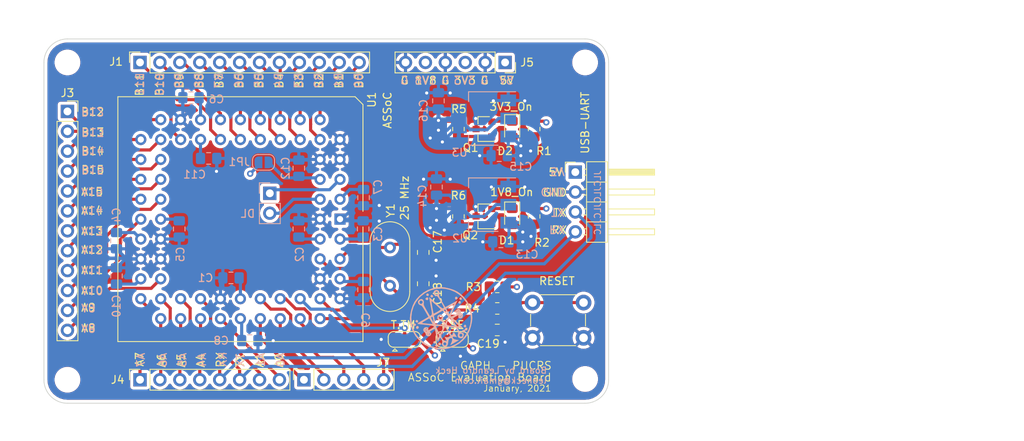
<source format=kicad_pcb>
(kicad_pcb (version 20171130) (host pcbnew 5.1.6+dfsg1-1)
  (title_block (title "ASSoC Eval Board") (date 2021-01-22) (rev 0.1) (company GAPH) (comment 1 "By Leandro Heck"))
  (layers (0 F.Cu signal) (1 Gnd power) (2 Pwr power) (31 B.Cu signal) (34 B.Paste user) (35 F.Paste user) (36 B.SilkS user) (37 F.SilkS user) (38 B.Mask user) (39 F.Mask user) (44 Edge.Cuts user))
  (net 0 "")
  (net 1 GND)
  (net 2 +3V3)
  (net 3 /ASSOC_RST)
  (net 4 /XI)
  (net 5 /XO)
  (net 6 +1V8)
  (net 7 +5V)
  (net 8 /ASSOC_TX)
  (net 9 /ASSOC_RX)
  (net 10 "Net-(D1-Pad2)")
  (net 11 "Net-(D1-Pad1)")
  (net 12 "Net-(D2-Pad2)")
  (net 13 "Net-(D2-Pad1)")
  (net 14 "Net-(Q1-Pad1)")
  (net 15 "Net-(Q2-Pad1)")
  (net 16 /1V8_ASYNC)
  (net 17 /A0)
  (net 18 /A1)
  (net 19 /A4)
  (net 20 /A5)
  (net 21 /A6)
  (net 22 /A7)
  (net 23 /B0)
  (net 24 /B1)
  (net 25 /B2)
  (net 26 /B3)
  (net 27 /B4)
  (net 28 /B5)
  (net 29 /B6)
  (net 30 /B7)
  (net 31 /B8)
  (net 32 /B9)
  (net 33 /B10)
  (net 34 /B11)
  (net 35 /A8)
  (net 36 /A9)
  (net 37 /A10)
  (net 38 /A11)
  (net 39 /A12)
  (net 40 /A13)
  (net 41 /A14)
  (net 42 /A15)
  (net 43 /B15)
  (net 44 /B14)
  (net 45 /B13)
  (net 46 /B12)
  (net 47 /DL_I)
  (net 48 /DL_O)
  (net 49 /TEST.TM)
  (net 50 /TEST.SE)
  (net 51 "Net-(R4-Pad2)")
  (net 52 /M.SS.ROM)
  (net 53 /M.MISO)
  (net 54 /M.MOSI)
  (net 55 /M.SCLK)
  (net 56 /M.SS.RAM)
  (module Capacitor_SMD:C_0805_2012Metric_Pad1.18x1.45mm_HandSolder (layer B.Cu) (at 135.25 116)
    (fp_text reference C8 (at -3.65 0 180) (layer B.SilkS) (effects (justify mirror)))
    (fp_text value 100n)
    (pad 2 smd roundrect (at 1.0375 0) (size 1.175 1.45) (layers B.Cu B.Paste B.Mask) (roundrect_rratio 0.2127659574468085) (net 1 GND))
    (pad 1 smd roundrect (at -1.0375 0) (size 1.175 1.45) (layers B.Cu B.Paste B.Mask) (roundrect_rratio 0.2127659574468085) (net 6 +1V8))
  )
  (module GAPH-Chips:PLCC-68_THT-Socket (layer F.Cu) (at 146.75 100.5 270)
    (fp_text reference U1 (at -15.233334 -4.05 270) (layer F.SilkS))
    (fp_text value ASSoC (at -13.9 -6.05 270) (layer F.SilkS))
    (fp_text user "GAPH - PUCRS" (at 18.7 -21.15) (layer F.SilkS) (effects (font (thickness 0.12))))
    (pad 60 thru_hole circle (at 12.7 2.54 270) (size 1.4224 1.4224) (drill 0.8) (layers *.Cu *.Mask) (net 50 /TEST.SE))
    (pad 58 thru_hole circle (at 12.7 5.08 270) (size 1.4224 1.4224) (drill 0.8) (layers *.Cu *.Mask) (net 52 /M.SS.ROM))
    (pad 56 thru_hole circle (at 12.7 7.62 270) (size 1.4224 1.4224) (drill 0.8) (layers *.Cu *.Mask) (net 55 /M.SCLK))
    (pad 54 thru_hole circle (at 12.7 10.16 270) (size 1.4224 1.4224) (drill 0.8) (layers *.Cu *.Mask) (net 53 /M.MISO))
    (pad 52 thru_hole circle (at 12.7 12.7 270) (size 1.4224 1.4224) (drill 0.8) (layers *.Cu *.Mask) (net 6 +1V8))
    (pad 50 thru_hole circle (at 12.7 15.24 270) (size 1.4224 1.4224) (drill 0.8) (layers *.Cu *.Mask) (net 17 /A0))
    (pad 48 thru_hole circle (at 12.7 17.78 270) (size 1.4224 1.4224) (drill 0.8) (layers *.Cu *.Mask) (net 8 /ASSOC_TX))
    (pad 46 thru_hole circle (at 12.7 20.32 270) (size 1.4224 1.4224) (drill 0.8) (layers *.Cu *.Mask) (net 19 /A4))
    (pad 61 thru_hole circle (at 10.16 0 270) (size 1.4224 1.4224) (drill 0.8) (layers *.Cu *.Mask) (net 1 GND))
    (pad 59 thru_hole circle (at 10.16 5.08 270) (size 1.4224 1.4224) (drill 0.8) (layers *.Cu *.Mask) (net 49 /TEST.TM))
    (pad 57 thru_hole circle (at 10.16 7.62 270) (size 1.4224 1.4224) (drill 0.8) (layers *.Cu *.Mask) (net 56 /M.SS.RAM))
    (pad 55 thru_hole circle (at 10.16 10.16 270) (size 1.4224 1.4224) (drill 0.8) (layers *.Cu *.Mask) (net 54 /M.MOSI))
    (pad 53 thru_hole circle (at 10.16 12.7 270) (size 1.4224 1.4224) (drill 0.8) (layers *.Cu *.Mask) (net 2 +3V3))
    (pad 51 thru_hole circle (at 10.16 15.24 270) (size 1.4224 1.4224) (drill 0.8) (layers *.Cu *.Mask) (net 1 GND))
    (pad 49 thru_hole circle (at 10.16 17.78 270) (size 1.4224 1.4224) (drill 0.8) (layers *.Cu *.Mask) (net 18 /A1))
    (pad 47 thru_hole circle (at 10.16 20.32 270) (size 1.4224 1.4224) (drill 0.8) (layers *.Cu *.Mask) (net 9 /ASSOC_RX))
    (pad 45 thru_hole circle (at 10.16 22.86 270) (size 1.4224 1.4224) (drill 0.8) (layers *.Cu *.Mask) (net 20 /A5))
    (pad 43 thru_hole circle (at 10.16 25.4 270) (size 1.4224 1.4224) (drill 0.8) (layers *.Cu *.Mask) (net 22 /A7))
    (pad 41 thru_hole circle (at 7.62 25.4 270) (size 1.4224 1.4224) (drill 0.8) (layers *.Cu *.Mask) (net 6 +1V8))
    (pad 39 thru_hole circle (at 5.08 25.4 270) (size 1.4224 1.4224) (drill 0.8) (layers *.Cu *.Mask) (net 1 GND))
    (pad 37 thru_hole circle (at 2.54 25.4 270) (size 1.4224 1.4224) (drill 0.8) (layers *.Cu *.Mask) (net 2 +3V3))
    (pad 35 thru_hole circle (at 0 25.4 270) (size 1.4224 1.4224) (drill 0.8) (layers *.Cu *.Mask) (net 36 /A9))
    (pad 33 thru_hole circle (at -2.54 25.4 270) (size 1.4224 1.4224) (drill 0.8) (layers *.Cu *.Mask) (net 38 /A11))
    (pad 31 thru_hole circle (at -5.08 25.4 270) (size 1.4224 1.4224) (drill 0.8) (layers *.Cu *.Mask) (net 40 /A13))
    (pad 29 thru_hole circle (at -7.62 25.4 270) (size 1.4224 1.4224) (drill 0.8) (layers *.Cu *.Mask) (net 42 /A15))
    (pad 27 thru_hole circle (at -10.16 25.4 270) (size 1.4224 1.4224) (drill 0.8) (layers *.Cu *.Mask) (net 45 /B13))
    (pad 44 thru_hole circle (at 12.7 22.86 270) (size 1.4224 1.4224) (drill 0.8) (layers *.Cu *.Mask) (net 21 /A6))
    (pad 42 thru_hole circle (at 7.62 22.86 270) (size 1.4224 1.4224) (drill 0.8) (layers *.Cu *.Mask) (net 35 /A8))
    (pad 40 thru_hole circle (at 5.08 22.86 270) (size 1.4224 1.4224) (drill 0.8) (layers *.Cu *.Mask) (net 1 GND))
    (pad 38 thru_hole circle (at 2.54 22.86 270) (size 1.4224 1.4224) (drill 0.8) (layers *.Cu *.Mask) (net 1 GND))
    (pad 36 thru_hole circle (at 0 22.86 270) (size 1.4224 1.4224) (drill 0.8) (layers *.Cu *.Mask) (net 2 +3V3))
    (pad 34 thru_hole circle (at -2.54 22.86 270) (size 1.4224 1.4224) (drill 0.8) (layers *.Cu *.Mask) (net 37 /A10))
    (pad 32 thru_hole circle (at -5.08 22.86 270) (size 1.4224 1.4224) (drill 0.8) (layers *.Cu *.Mask) (net 39 /A12))
    (pad 30 thru_hole circle (at -7.62 22.86 270) (size 1.4224 1.4224) (drill 0.8) (layers *.Cu *.Mask) (net 41 /A14))
    (pad 28 thru_hole circle (at -10.16 22.86 270) (size 1.4224 1.4224) (drill 0.8) (layers *.Cu *.Mask) (net 46 /B12))
    (pad 26 thru_hole circle (at -12.7 22.86 270) (size 1.4224 1.4224) (drill 0.8) (layers *.Cu *.Mask) (net 44 /B14))
    (pad 24 thru_hole circle (at -12.7 20.32 270) (size 1.4224 1.4224) (drill 0.8) (layers *.Cu *.Mask) (net 1 GND))
    (pad 22 thru_hole circle (at -12.7 17.78 270) (size 1.4224 1.4224) (drill 0.8) (layers *.Cu *.Mask) (net 2 +3V3))
    (pad 20 thru_hole circle (at -12.7 15.24 270) (size 1.4224 1.4224) (drill 0.8) (layers *.Cu *.Mask) (net 33 /B10))
    (pad 18 thru_hole circle (at -12.7 12.7 270) (size 1.4224 1.4224) (drill 0.8) (layers *.Cu *.Mask) (net 31 /B8))
    (pad 16 thru_hole circle (at -12.7 10.16 270) (size 1.4224 1.4224) (drill 0.8) (layers *.Cu *.Mask) (net 29 /B6))
    (pad 14 thru_hole circle (at -12.7 7.62 270) (size 1.4224 1.4224) (drill 0.8) (layers *.Cu *.Mask) (net 27 /B4))
    (pad 12 thru_hole circle (at -12.7 5.08 270) (size 1.4224 1.4224) (drill 0.8) (layers *.Cu *.Mask) (net 25 /B2))
    (pad 10 thru_hole circle (at -12.7 2.54 270) (size 1.4224 1.4224) (drill 0.8) (layers *.Cu *.Mask) (net 23 /B0))
    (pad 25 thru_hole circle (at -10.16 20.32 270) (size 1.4224 1.4224) (drill 0.8) (layers *.Cu *.Mask) (net 43 /B15))
    (pad 23 thru_hole circle (at -10.16 17.78 270) (size 1.4224 1.4224) (drill 0.8) (layers *.Cu *.Mask) (net 6 +1V8))
    (pad 21 thru_hole circle (at -10.16 15.24 270) (size 1.4224 1.4224) (drill 0.8) (layers *.Cu *.Mask) (net 34 /B11))
    (pad 19 thru_hole circle (at -10.16 12.7 270) (size 1.4224 1.4224) (drill 0.8) (layers *.Cu *.Mask) (net 32 /B9))
    (pad 17 thru_hole circle (at -10.16 10.16 270) (size 1.4224 1.4224) (drill 0.8) (layers *.Cu *.Mask) (net 30 /B7))
    (pad 15 thru_hole circle (at -10.16 7.62 270) (size 1.4224 1.4224) (drill 0.8) (layers *.Cu *.Mask) (net 28 /B5))
    (pad 13 thru_hole circle (at -10.16 5.08 270) (size 1.4224 1.4224) (drill 0.8) (layers *.Cu *.Mask) (net 26 /B3))
    (pad 11 thru_hole circle (at -10.16 2.54 270) (size 1.4224 1.4224) (drill 0.8) (layers *.Cu *.Mask) (net 24 /B1))
    (pad 63 thru_hole circle (at 7.62 0 270) (size 1.4224 1.4224) (drill 0.8) (layers *.Cu *.Mask) (net 6 +1V8))
    (pad 65 thru_hole circle (at 5.08 0 270) (size 1.4224 1.4224) (drill 0.8) (layers *.Cu *.Mask) (net 4 /XI))
    (pad 67 thru_hole circle (at 2.54 0 270) (size 1.4224 1.4224) (drill 0.8) (layers *.Cu *.Mask) (net 2 +3V3))
    (pad 9 thru_hole circle (at -10.16 0 270) (size 1.4224 1.4224) (drill 0.8) (layers *.Cu *.Mask) (net 1 GND))
    (pad 7 thru_hole circle (at -7.62 0 270) (size 1.4224 1.4224) (drill 0.8) (layers *.Cu *.Mask) (net 1 GND))
    (pad 5 thru_hole circle (at -5.08 0 270) (size 1.4224 1.4224) (drill 0.8) (layers *.Cu *.Mask) (net 48 /DL_O))
    (pad 3 thru_hole circle (at -2.54 0 270) (size 1.4224 1.4224) (drill 0.8) (layers *.Cu *.Mask) (net 2 +3V3))
    (pad 1 thru_hole rect (at 0 0 270) (size 1.4224 1.4224) (drill 0.8) (layers *.Cu *.Mask) (net 1 GND))
    (pad 62 thru_hole circle (at 10.16 2.54 270) (size 1.4224 1.4224) (drill 0.8) (layers *.Cu *.Mask) (net 3 /ASSOC_RST))
    (pad 64 thru_hole circle (at 7.62 2.54 270) (size 1.4224 1.4224) (drill 0.8) (layers *.Cu *.Mask) (net 1 GND))
    (pad 66 thru_hole circle (at 5.08 2.54 270) (size 1.4224 1.4224) (drill 0.8) (layers *.Cu *.Mask) (net 5 /XO))
    (pad 68 thru_hole circle (at 2.54 2.54 270) (size 1.4224 1.4224) (drill 0.8) (layers *.Cu *.Mask) (net 2 +3V3))
    (pad 8 thru_hole circle (at -7.62 2.54 270) (size 1.4224 1.4224) (drill 0.8) (layers *.Cu *.Mask) (net 1 GND))
    (pad 6 thru_hole circle (at -5.08 2.54 270) (size 1.4224 1.4224) (drill 0.8) (layers *.Cu *.Mask) (net 16 /1V8_ASYNC))
    (pad 4 thru_hole circle (at -2.54 2.54 270) (size 1.4224 1.4224) (drill 0.8) (layers *.Cu *.Mask) (net 47 /DL_I))
    (pad 2 thru_hole circle (at 0 2.54 270) (size 1.4224 1.4224) (drill 0.8) (layers *.Cu *.Mask) (net 1 GND))
  )
  (module Connector_PinSocket_2.54mm:PinSocket_1x05_P2.54mm_Vertical (layer F.Cu) (at 142.15 121 90)
    (fp_text reference J7 (at 2.2 10.1 180) (layer F.SilkS))
    (fp_text value H4)
    (pad 1 thru_hole rect (at 0 0 90) (size 1.7 1.7) (drill 1) (layers *.Cu *.Mask) (net 53 /M.MISO))
    (pad 2 thru_hole oval (at 0 2.54 90) (size 1.7 1.7) (drill 1) (layers *.Cu *.Mask) (net 55 /M.SCLK))
    (pad 3 thru_hole oval (at 0 5.08 90) (size 1.7 1.7) (drill 1) (layers *.Cu *.Mask) (net 54 /M.MOSI))
    (pad 4 thru_hole oval (at 0 7.62 90) (size 1.7 1.7) (drill 1) (layers *.Cu *.Mask) (net 52 /M.SS.ROM))
    (pad 5 thru_hole oval (at 0 10.16 90) (size 1.7 1.7) (drill 1) (layers *.Cu *.Mask) (net 56 /M.SS.RAM))
  )
  (module GAPH-Extra:Astaroth-Seal (layer B.Cu) (at 159.65 113.1 210)
    (fp_text reference G*** hide)
    (fp_text value LOGO hide)
  )
  (module Connector_PinSocket_2.54mm:PinSocket_1x06_P2.54mm_Vertical (layer F.Cu) (at 167.8 80.5 270)
    (fp_text reference J5 (at 0 -2.8 180) (layer F.SilkS))
    (fp_text value PWR)
    (pad 6 thru_hole oval (at 0 12.7 270) (size 1.7 1.7) (drill 1) (layers *.Cu *.Mask) (net 1 GND))
    (pad 5 thru_hole oval (at 0 10.16 270) (size 1.7 1.7) (drill 1) (layers *.Cu *.Mask) (net 2 +3V3))
    (pad 4 thru_hole oval (at 0 7.62 270) (size 1.7 1.7) (drill 1) (layers *.Cu *.Mask) (net 1 GND))
    (pad 3 thru_hole oval (at 0 5.08 270) (size 1.7 1.7) (drill 1) (layers *.Cu *.Mask) (net 6 +1V8))
    (pad 2 thru_hole oval (at 0 2.54 270) (size 1.7 1.7) (drill 1) (layers *.Cu *.Mask) (net 1 GND))
    (pad 1 thru_hole rect (at 0 0 270) (size 1.7 1.7) (drill 1) (layers *.Cu *.Mask) (net 7 +5V))
  )
  (module Connector_PinSocket_2.54mm:PinSocket_1x02_P2.54mm_Vertical (layer B.Cu) (at 137.8 97.2 180)
    (fp_text reference J6 hide)
    (fp_text value DL (at 2.8 -2.6) (layer B.SilkS) (effects (justify mirror)))
    (pad 2 thru_hole oval (at 0 -2.54 180) (size 1.7 1.7) (drill 1) (layers *.Cu *.Mask) (net 47 /DL_I))
    (pad 1 thru_hole rect (at 0 0 180) (size 1.7 1.7) (drill 1) (layers *.Cu *.Mask) (net 48 /DL_O))
  )
  (module Jumper:SolderJumper-2_P1.3mm_Open_RoundedPad1.0x1.5mm (layer B.Cu) (at 137 93.25 180)
    (fp_text reference JP1 (at 3.1 0.05) (layer B.SilkS) (effects (justify mirror)))
    (fp_text value SolderJumper_2_Bridged)
    (pad 2 smd custom (at 0.65 0 180) (size 1 0.5) (layers B.Cu B.Mask) (net 6 +1V8) (options (clearance outline) (anchor rect)) (primitives (gr_circle (center 0 -0.25) (end 0.5 -0.25) (width 0)) (gr_circle (center 0 0.25) (end 0.5 0.25) (width 0)) (gr_poly (pts (xy 0 0.75) (xy -0.5 0.75) (xy -0.5 -0.75) (xy 0 -0.75)) (width 0))))
    (pad 1 smd custom (at -0.65 0 180) (size 1 0.5) (layers B.Cu B.Mask) (net 16 /1V8_ASYNC) (options (clearance outline) (anchor rect)) (primitives (gr_circle (center 0 -0.25) (end 0.5 -0.25) (width 0)) (gr_circle (center 0 0.25) (end 0.5 0.25) (width 0)) (gr_poly (pts (xy 0 0.75) (xy 0.5 0.75) (xy 0.5 -0.75) (xy 0 -0.75)) (width 0))))
  )
  (module Package_TO_SOT_SMD:SOT-223 (layer B.Cu) (at 165.05 98.65 180)
    (fp_text reference U2 (at 3 -4.3 180) (layer B.SilkS) (effects (justify mirror)))
    (fp_text value LM1117-3.3)
    (pad 1 smd rect (at -3.15 2.3 180) (size 2 1.5) (layers B.Cu B.Paste B.Mask) (net 1 GND))
    (pad 3 smd rect (at -3.15 -2.3 180) (size 2 1.5) (layers B.Cu B.Paste B.Mask) (net 7 +5V))
    (pad 2 smd rect (at -3.15 0 180) (size 2 1.5) (layers B.Cu B.Paste B.Mask) (net 6 +1V8))
    (pad 2 smd rect (at 3.15 0 180) (size 2 3.8) (layers B.Cu B.Paste B.Mask) (net 6 +1V8))
  )
  (module Package_TO_SOT_SMD:SOT-223 (layer B.Cu) (at 165.05 87.65 180)
    (fp_text reference U3 (at 3.05 -4.35 180) (layer B.SilkS) (effects (justify mirror)))
    (fp_text value LM1117-3.3)
    (pad 1 smd rect (at -3.15 2.3 180) (size 2 1.5) (layers B.Cu B.Paste B.Mask) (net 1 GND))
    (pad 3 smd rect (at -3.15 -2.3 180) (size 2 1.5) (layers B.Cu B.Paste B.Mask) (net 7 +5V))
    (pad 2 smd rect (at -3.15 0 180) (size 2 1.5) (layers B.Cu B.Paste B.Mask) (net 2 +3V3))
    (pad 2 smd rect (at 3.15 0 180) (size 2 3.8) (layers B.Cu B.Paste B.Mask) (net 2 +3V3))
  )
  (module Connector_PinSocket_2.54mm:PinSocket_1x12_P2.54mm_Vertical (layer F.Cu) (at 112 86.75)
    (fp_text reference J3 (at 0 -2.35) (layer F.SilkS))
    (fp_text value H2)
    (pad 12 thru_hole oval (at 0 27.94) (size 1.7 1.7) (drill 1) (layers *.Cu *.Mask) (net 35 /A8))
    (pad 11 thru_hole oval (at 0 25.4) (size 1.7 1.7) (drill 1) (layers *.Cu *.Mask) (net 36 /A9))
    (pad 10 thru_hole oval (at 0 22.86) (size 1.7 1.7) (drill 1) (layers *.Cu *.Mask) (net 37 /A10))
    (pad 9 thru_hole oval (at 0 20.32) (size 1.7 1.7) (drill 1) (layers *.Cu *.Mask) (net 38 /A11))
    (pad 8 thru_hole oval (at 0 17.78) (size 1.7 1.7) (drill 1) (layers *.Cu *.Mask) (net 39 /A12))
    (pad 7 thru_hole oval (at 0 15.24) (size 1.7 1.7) (drill 1) (layers *.Cu *.Mask) (net 40 /A13))
    (pad 6 thru_hole oval (at 0 12.7) (size 1.7 1.7) (drill 1) (layers *.Cu *.Mask) (net 41 /A14))
    (pad 5 thru_hole oval (at 0 10.16) (size 1.7 1.7) (drill 1) (layers *.Cu *.Mask) (net 42 /A15))
    (pad 4 thru_hole oval (at 0 7.62) (size 1.7 1.7) (drill 1) (layers *.Cu *.Mask) (net 46 /B12))
    (pad 3 thru_hole oval (at 0 5.08) (size 1.7 1.7) (drill 1) (layers *.Cu *.Mask) (net 45 /B13))
    (pad 2 thru_hole oval (at 0 2.54) (size 1.7 1.7) (drill 1) (layers *.Cu *.Mask) (net 44 /B14))
    (pad 1 thru_hole rect (at 0 0) (size 1.7 1.7) (drill 1) (layers *.Cu *.Mask) (net 43 /B15))
  )
  (module Connector_PinSocket_2.54mm:PinSocket_1x12_P2.54mm_Vertical (layer F.Cu) (at 121.25 80.5 90)
    (fp_text reference J1 (at 0.1 -3.05 180) (layer F.SilkS))
    (fp_text value H3)
    (pad 12 thru_hole oval (at 0 27.94 90) (size 1.7 1.7) (drill 1) (layers *.Cu *.Mask) (net 23 /B0))
    (pad 11 thru_hole oval (at 0 25.4 90) (size 1.7 1.7) (drill 1) (layers *.Cu *.Mask) (net 24 /B1))
    (pad 10 thru_hole oval (at 0 22.86 90) (size 1.7 1.7) (drill 1) (layers *.Cu *.Mask) (net 25 /B2))
    (pad 9 thru_hole oval (at 0 20.32 90) (size 1.7 1.7) (drill 1) (layers *.Cu *.Mask) (net 26 /B3))
    (pad 8 thru_hole oval (at 0 17.78 90) (size 1.7 1.7) (drill 1) (layers *.Cu *.Mask) (net 27 /B4))
    (pad 7 thru_hole oval (at 0 15.24 90) (size 1.7 1.7) (drill 1) (layers *.Cu *.Mask) (net 28 /B5))
    (pad 6 thru_hole oval (at 0 12.7 90) (size 1.7 1.7) (drill 1) (layers *.Cu *.Mask) (net 29 /B6))
    (pad 5 thru_hole oval (at 0 10.16 90) (size 1.7 1.7) (drill 1) (layers *.Cu *.Mask) (net 30 /B7))
    (pad 4 thru_hole oval (at 0 7.62 90) (size 1.7 1.7) (drill 1) (layers *.Cu *.Mask) (net 31 /B8))
    (pad 3 thru_hole oval (at 0 5.08 90) (size 1.7 1.7) (drill 1) (layers *.Cu *.Mask) (net 32 /B9))
    (pad 2 thru_hole oval (at 0 2.54 90) (size 1.7 1.7) (drill 1) (layers *.Cu *.Mask) (net 33 /B10))
    (pad 1 thru_hole rect (at 0 0 90) (size 1.7 1.7) (drill 1) (layers *.Cu *.Mask) (net 34 /B11))
  )
  (module Connector_PinSocket_2.54mm:PinSocket_1x08_P2.54mm_Vertical (layer F.Cu) (at 121.25 121 90)
    (fp_text reference J4 (at 0 -2.85 180) (layer F.SilkS))
    (fp_text value H1)
    (pad 8 thru_hole oval (at 0 17.78 90) (size 1.7 1.7) (drill 1) (layers *.Cu *.Mask) (net 17 /A0))
    (pad 7 thru_hole oval (at 0 15.24 90) (size 1.7 1.7) (drill 1) (layers *.Cu *.Mask) (net 18 /A1))
    (pad 6 thru_hole oval (at 0 12.7 90) (size 1.7 1.7) (drill 1) (layers *.Cu *.Mask) (net 8 /ASSOC_TX))
    (pad 5 thru_hole oval (at 0 10.16 90) (size 1.7 1.7) (drill 1) (layers *.Cu *.Mask) (net 9 /ASSOC_RX))
    (pad 4 thru_hole oval (at 0 7.62 90) (size 1.7 1.7) (drill 1) (layers *.Cu *.Mask) (net 19 /A4))
    (pad 3 thru_hole oval (at 0 5.08 90) (size 1.7 1.7) (drill 1) (layers *.Cu *.Mask) (net 20 /A5))
    (pad 2 thru_hole oval (at 0 2.54 90) (size 1.7 1.7) (drill 1) (layers *.Cu *.Mask) (net 21 /A6))
    (pad 1 thru_hole rect (at 0 0 90) (size 1.7 1.7) (drill 1) (layers *.Cu *.Mask) (net 22 /A7))
  )
  (module Jumper:SolderJumper-3_P1.3mm_Bridged2Bar12_RoundedPad1.0x1.5mm (layer F.Cu) (at 161.05 115.85)
    (fp_text reference JP2 hide)
    (fp_text value T.SE (at 0 -1.85 180) (layer F.SilkS))
    (fp_poly (pts (xy -0.9 -0.6) (xy -0.4 -0.6) (xy -0.4 -0.2) (xy -0.9 -0.2)) (layer F.Cu) (width 0))
    (fp_poly (pts (xy -0.9 0.2) (xy -0.4 0.2) (xy -0.4 0.6) (xy -0.9 0.6)) (layer F.Cu) (width 0))
    (pad 1 smd custom (at -1.3 0) (size 1 0.5) (layers F.Cu F.Mask) (net 1 GND) (options (clearance outline) (anchor rect)) (primitives (gr_circle (center 0 0.25) (end 0.5 0.25) (width 0)) (gr_circle (center 0 -0.25) (end 0.5 -0.25) (width 0)) (gr_poly (pts (xy 0.55 -0.75) (xy 0 -0.75) (xy 0 0.75) (xy 0.55 0.75)) (width 0))))
    (pad 2 smd rect (at 0 0) (size 1 1.5) (layers F.Cu F.Mask) (net 50 /TEST.SE))
    (pad 3 smd custom (at 1.3 0) (size 1 0.5) (layers F.Cu F.Mask) (net 2 +3V3) (options (clearance outline) (anchor rect)) (primitives (gr_circle (center 0 0.25) (end 0.5 0.25) (width 0)) (gr_circle (center 0 -0.25) (end 0.5 -0.25) (width 0)) (gr_poly (pts (xy -0.55 -0.75) (xy 0 -0.75) (xy 0 0.75) (xy -0.55 0.75)) (width 0))))
  )
  (module Jumper:SolderJumper-3_P1.3mm_Bridged2Bar12_RoundedPad1.0x1.5mm (layer F.Cu) (at 154.95 115.85)
    (fp_text reference JP3 hide)
    (fp_text value T.TM (at -0.15 -1.85) (layer F.SilkS))
    (fp_poly (pts (xy -0.9 -0.6) (xy -0.4 -0.6) (xy -0.4 -0.2) (xy -0.9 -0.2)) (layer F.Cu) (width 0))
    (fp_poly (pts (xy -0.9 0.2) (xy -0.4 0.2) (xy -0.4 0.6) (xy -0.9 0.6)) (layer F.Cu) (width 0))
    (pad 1 smd custom (at -1.3 0) (size 1 0.5) (layers F.Cu F.Mask) (net 1 GND) (options (clearance outline) (anchor rect)) (primitives (gr_circle (center 0 0.25) (end 0.5 0.25) (width 0)) (gr_circle (center 0 -0.25) (end 0.5 -0.25) (width 0)) (gr_poly (pts (xy 0.55 -0.75) (xy 0 -0.75) (xy 0 0.75) (xy 0.55 0.75)) (width 0))))
    (pad 2 smd rect (at 0 0) (size 1 1.5) (layers F.Cu F.Mask) (net 49 /TEST.TM))
    (pad 3 smd custom (at 1.3 0) (size 1 0.5) (layers F.Cu F.Mask) (net 2 +3V3) (options (clearance outline) (anchor rect)) (primitives (gr_circle (center 0 0.25) (end 0.5 0.25) (width 0)) (gr_circle (center 0 -0.25) (end 0.5 -0.25) (width 0)) (gr_poly (pts (xy -0.55 -0.75) (xy 0 -0.75) (xy 0 0.75) (xy -0.55 0.75)) (width 0))))
  )
  (module GAPH-Extra:MountingHole_2.5mm (layer F.Cu) (at 112 121 270)
    (fp_text reference H4 hide)
    (fp_text value MountingHole hide)
    (pad 1 np_thru_hole circle (at 0 0 270) (size 2.5 2.5) (drill 2.5) (layers *.Cu *.Mask))
  )
  (module GAPH-Extra:MountingHole_2.5mm (layer F.Cu) (at 178 120.903121 270)
    (fp_text reference H3 hide)
    (fp_text value MountingHole hide)
    (pad 1 np_thru_hole circle (at 0 0 270) (size 2.5 2.5) (drill 2.5) (layers *.Cu *.Mask))
  )
  (module GAPH-Extra:MountingHole_2.5mm (layer F.Cu) (at 112 80.5 270)
    (fp_text reference H2 hide)
    (fp_text value MountingHole hide)
    (pad 1 np_thru_hole circle (at 0 0 270) (size 2.5 2.5) (drill 2.5) (layers *.Cu *.Mask))
  )
  (module GAPH-Extra:MountingHole_2.5mm (layer F.Cu) (at 178 80.5 270)
    (fp_text reference H1 hide)
    (fp_text value MountingHole hide)
    (pad 1 np_thru_hole circle (at 0 0 270) (size 2.5 2.5) (drill 2.5) (layers *.Cu *.Mask))
  )
  (module Resistor_SMD:R_0805_2012Metric_Pad1.20x1.40mm_HandSolder (layer F.Cu) (at 171.5 100.15 270)
    (fp_text reference R2 (at 3.35 -1 180) (layer F.SilkS))
    (fp_text value 330)
    (pad 1 smd roundrect (at -1 0 270) (size 1.2 1.4) (layers F.Cu F.Paste F.Mask) (roundrect_rratio 0.208333) (net 7 +5V))
    (pad 2 smd roundrect (at 1 0 270) (size 1.2 1.4) (layers F.Cu F.Paste F.Mask) (roundrect_rratio 0.208333) (net 10 "Net-(D1-Pad2)"))
  )
  (module Resistor_SMD:R_0805_2012Metric_Pad1.20x1.40mm_HandSolder (layer F.Cu) (at 161.85 100.15 90)
    (fp_text reference R6 (at 2.65 0) (layer F.SilkS))
    (fp_text value 1k)
    (pad 1 smd roundrect (at -1 0 90) (size 1.2 1.4) (layers F.Cu F.Paste F.Mask) (roundrect_rratio 0.208333) (net 15 "Net-(Q2-Pad1)"))
    (pad 2 smd roundrect (at 1 0 90) (size 1.2 1.4) (layers F.Cu F.Paste F.Mask) (roundrect_rratio 0.208333) (net 6 +1V8))
  )
  (module Resistor_SMD:R_0805_2012Metric_Pad1.20x1.40mm_HandSolder (layer F.Cu) (at 171.5 89 270)
    (fp_text reference R1 (at 2.8 -1.25 180) (layer F.SilkS))
    (fp_text value 330)
    (pad 2 smd roundrect (at 1 0 270) (size 1.2 1.4) (layers F.Cu F.Paste F.Mask) (roundrect_rratio 0.208333) (net 12 "Net-(D2-Pad2)"))
    (pad 1 smd roundrect (at -1 0 270) (size 1.2 1.4) (layers F.Cu F.Paste F.Mask) (roundrect_rratio 0.208333) (net 7 +5V))
  )
  (module Resistor_SMD:R_0805_2012Metric_Pad1.20x1.40mm_HandSolder (layer F.Cu) (at 161.85 89 90)
    (fp_text reference R5 (at 2.55 0.05) (layer F.SilkS))
    (fp_text value 1k)
    (pad 2 smd roundrect (at 1 0 90) (size 1.2 1.4) (layers F.Cu F.Paste F.Mask) (roundrect_rratio 0.208333) (net 2 +3V3))
    (pad 1 smd roundrect (at -1 0 90) (size 1.2 1.4) (layers F.Cu F.Paste F.Mask) (roundrect_rratio 0.208333) (net 14 "Net-(Q1-Pad1)"))
  )
  (module Package_TO_SOT_SMD:SOT-23 (layer F.Cu) (at 165.1 100.15 180)
    (fp_text reference Q2 (at 1.75 -2.4) (layer F.SilkS))
    (fp_text value Q_NPN_BCE)
    (pad 1 smd rect (at -1 -0.95 180) (size 0.9 0.8) (layers F.Cu F.Paste F.Mask) (net 15 "Net-(Q2-Pad1)"))
    (pad 2 smd rect (at -1 0.95 180) (size 0.9 0.8) (layers F.Cu F.Paste F.Mask) (net 11 "Net-(D1-Pad1)"))
    (pad 3 smd rect (at 1 0 180) (size 0.9 0.8) (layers F.Cu F.Paste F.Mask) (net 1 GND))
  )
  (module Package_TO_SOT_SMD:SOT-23 (layer F.Cu) (at 165.1 89 180)
    (fp_text reference Q1 (at 1.7 -2.4) (layer F.SilkS))
    (fp_text value Q_NPN_BCE)
    (pad 3 smd rect (at 1 0 180) (size 0.9 0.8) (layers F.Cu F.Paste F.Mask) (net 1 GND))
    (pad 2 smd rect (at -1 0.95 180) (size 0.9 0.8) (layers F.Cu F.Paste F.Mask) (net 13 "Net-(D2-Pad1)"))
    (pad 1 smd rect (at -1 -0.95 180) (size 0.9 0.8) (layers F.Cu F.Paste F.Mask) (net 14 "Net-(Q1-Pad1)"))
  )
  (module Connector_PinHeader_2.54mm:PinHeader_1x04_P2.54mm_Horizontal (layer F.Cu) (at 176.75 94.5)
    (fp_text reference J2 hide)
    (fp_text value USB-UART (at 1.25 -6.3 90) (layer F.SilkS))
    (pad 4 thru_hole oval (at 0 7.62) (size 1.7 1.7) (drill 1) (layers *.Cu *.Mask) (net 9 /ASSOC_RX))
    (pad 3 thru_hole oval (at 0 5.08) (size 1.7 1.7) (drill 1) (layers *.Cu *.Mask) (net 8 /ASSOC_TX))
    (pad 2 thru_hole oval (at 0 2.54) (size 1.7 1.7) (drill 1) (layers *.Cu *.Mask) (net 1 GND))
    (pad 1 thru_hole rect (at 0 0) (size 1.7 1.7) (drill 1) (layers *.Cu *.Mask) (net 7 +5V))
  )
  (module LED_SMD:LED_0805_2012Metric_Pad1.15x1.40mm_HandSolder (layer F.Cu) (at 168.7 100.1725 270)
    (fp_text reference D1 (at 3.0275 0.7 180) (layer F.SilkS))
    (fp_text value 1V8_On (at -3.1225 0.05 180) (layer F.SilkS))
    (pad 1 smd roundrect (at -1.025 0 270) (size 1.15 1.4) (layers F.Cu F.Paste F.Mask) (roundrect_rratio 0.217391) (net 11 "Net-(D1-Pad1)"))
    (pad 2 smd roundrect (at 1.025 0 270) (size 1.15 1.4) (layers F.Cu F.Paste F.Mask) (roundrect_rratio 0.217391) (net 10 "Net-(D1-Pad2)"))
  )
  (module LED_SMD:LED_0805_2012Metric_Pad1.15x1.40mm_HandSolder (layer F.Cu) (at 168.7 89.0225 270)
    (fp_text reference D2 (at 2.7775 0.9 180) (layer F.SilkS))
    (fp_text value 3V3_On (at -2.8725 0.15) (layer F.SilkS))
    (pad 2 smd roundrect (at 1.025 0 270) (size 1.15 1.4) (layers F.Cu F.Paste F.Mask) (roundrect_rratio 0.217391) (net 12 "Net-(D2-Pad2)"))
    (pad 1 smd roundrect (at -1.025 0 270) (size 1.15 1.4) (layers F.Cu F.Paste F.Mask) (roundrect_rratio 0.217391) (net 13 "Net-(D2-Pad1)"))
  )
  (module Resistor_SMD:R_0805_2012Metric_Pad1.20x1.40mm_HandSolder (layer F.Cu) (at 166.8 111.9)
    (fp_text reference R4 (at -3.2 0) (layer F.SilkS))
    (fp_text value 1K)
    (pad 2 smd roundrect (at 1 0) (size 1.2 1.4) (layers F.Cu F.Paste F.Mask) (roundrect_rratio 0.2083325) (net 51 "Net-(R4-Pad2)"))
    (pad 1 smd roundrect (at -1 0) (size 1.2 1.4) (layers F.Cu F.Paste F.Mask) (roundrect_rratio 0.2083325) (net 3 /ASSOC_RST))
  )
  (module Capacitor_SMD:C_0805_2012Metric_Pad1.18x1.45mm_HandSolder (layer B.Cu) (at 159.05 96.4 90)
    (fp_text reference C14 (at -1.15 -1.8 90) (layer B.SilkS) (effects (justify mirror)))
    (fp_text value 10u)
    (pad 2 smd roundrect (at 1.0375 0 90) (size 1.175 1.45) (layers B.Cu B.Paste B.Mask) (roundrect_rratio 0.2127659574468085) (net 1 GND))
    (pad 1 smd roundrect (at -1.0375 0 90) (size 1.175 1.45) (layers B.Cu B.Paste B.Mask) (roundrect_rratio 0.2127659574468085) (net 6 +1V8))
  )
  (module Capacitor_SMD:C_0805_2012Metric_Pad1.18x1.45mm_HandSolder (layer B.Cu) (at 159.3 85.4 90)
    (fp_text reference C16 (at -1.25 -1.9 270) (layer B.SilkS) (effects (justify mirror)))
    (fp_text value 10u)
    (pad 2 smd roundrect (at 1.0375 0 90) (size 1.175 1.45) (layers B.Cu B.Paste B.Mask) (roundrect_rratio 0.2127659574468085) (net 1 GND))
    (pad 1 smd roundrect (at -1.0375 0 90) (size 1.175 1.45) (layers B.Cu B.Paste B.Mask) (roundrect_rratio 0.2127659574468085) (net 2 +3V3))
  )
  (module Resistor_SMD:R_0805_2012Metric_Pad1.20x1.40mm_HandSolder (layer F.Cu) (at 166.8 109.15 180)
    (fp_text reference R3 (at 3.05 0) (layer F.SilkS))
    (fp_text value 10K)
    (pad 2 smd roundrect (at 1 0 180) (size 1.2 1.4) (layers F.Cu F.Paste F.Mask) (roundrect_rratio 0.2083325) (net 3 /ASSOC_RST))
    (pad 1 smd roundrect (at -1 0 180) (size 1.2 1.4) (layers F.Cu F.Paste F.Mask) (roundrect_rratio 0.2083325) (net 2 +3V3))
  )
  (module Capacitor_SMD:C_0805_2012Metric_Pad1.18x1.45mm_HandSolder (layer B.Cu) (at 141.5 94 90)
    (fp_text reference C12 (at 0 -1.7 90) (layer B.SilkS) (effects (justify mirror)))
    (fp_text value 100n)
    (pad 2 smd roundrect (at 1.0375 0 90) (size 1.175 1.45) (layers B.Cu B.Paste B.Mask) (roundrect_rratio 0.2127659574468085) (net 1 GND))
    (pad 1 smd roundrect (at -1.0375 0 90) (size 1.175 1.45) (layers B.Cu B.Paste B.Mask) (roundrect_rratio 0.2127659574468085) (net 16 /1V8_ASYNC))
  )
  (module Capacitor_SMD:C_0805_2012Metric_Pad1.18x1.45mm_HandSolder (layer F.Cu) (at 157.36 108.75 270)
    (fp_text reference C18 (at 1.25 -1.84 90) (layer F.SilkS))
    (fp_text value 18n)
    (pad 2 smd roundrect (at 1.0375 0 270) (size 1.175 1.45) (layers F.Cu F.Paste F.Mask) (roundrect_rratio 0.2127659574468085) (net 5 /XO))
    (pad 1 smd roundrect (at -1.0375 0 270) (size 1.175 1.45) (layers F.Cu F.Paste F.Mask) (roundrect_rratio 0.2127659574468085) (net 1 GND))
  )
  (module Capacitor_SMD:C_0805_2012Metric_Pad1.18x1.45mm_HandSolder (layer B.Cu) (at 130 92.75)
    (fp_text reference C11 (at -1.8 2.05 180) (layer B.SilkS) (effects (justify mirror)))
    (fp_text value 100n)
    (pad 2 smd roundrect (at 1.0375 0) (size 1.175 1.45) (layers B.Cu B.Paste B.Mask) (roundrect_rratio 0.2127659574468085) (net 1 GND))
    (pad 1 smd roundrect (at -1.0375 0) (size 1.175 1.45) (layers B.Cu B.Paste B.Mask) (roundrect_rratio 0.2127659574468085) (net 6 +1V8))
  )
  (module Capacitor_SMD:C_0805_2012Metric_Pad1.18x1.45mm_HandSolder (layer F.Cu) (at 157.36 104.75 90)
    (fp_text reference C17 (at 1.35 1.84 90) (layer F.SilkS))
    (fp_text value 18p)
    (pad 2 smd roundrect (at 1.0375 0 90) (size 1.175 1.45) (layers F.Cu F.Paste F.Mask) (roundrect_rratio 0.2127659574468085) (net 4 /XI))
    (pad 1 smd roundrect (at -1.0375 0 90) (size 1.175 1.45) (layers F.Cu F.Paste F.Mask) (roundrect_rratio 0.2127659574468085) (net 1 GND))
  )
  (module Capacitor_SMD:C_0805_2012Metric_Pad1.18x1.45mm_HandSolder (layer B.Cu) (at 118.25 107.75 90)
    (fp_text reference C10 (at -3.85 0 90) (layer B.SilkS) (effects (justify mirror)))
    (fp_text value 100n)
    (pad 2 smd roundrect (at 1.0375 0 90) (size 1.175 1.45) (layers B.Cu B.Paste B.Mask) (roundrect_rratio 0.2127659574468085) (net 1 GND))
    (pad 1 smd roundrect (at -1.0375 0 90) (size 1.175 1.45) (layers B.Cu B.Paste B.Mask) (roundrect_rratio 0.2127659574468085) (net 6 +1V8))
  )
  (module Capacitor_SMD:C_0805_2012Metric_Pad1.18x1.45mm_HandSolder (layer B.Cu) (at 149.75 109.5 270)
    (fp_text reference C9 (at 3.9 -0.3 270) (layer B.SilkS) (effects (justify mirror)))
    (fp_text value 100n)
    (pad 2 smd roundrect (at 1.0375 0 270) (size 1.175 1.45) (layers B.Cu B.Paste B.Mask) (roundrect_rratio 0.2127659574468085) (net 1 GND))
    (pad 1 smd roundrect (at -1.0375 0 270) (size 1.175 1.45) (layers B.Cu B.Paste B.Mask) (roundrect_rratio 0.2127659574468085) (net 6 +1V8))
  )
  (module Capacitor_SMD:C_0805_2012Metric_Pad1.18x1.45mm_HandSolder (layer B.Cu) (at 167.2625 103.4 180)
    (fp_text reference C13 (at -3.3375 -1.6) (layer B.SilkS) (effects (justify mirror)))
    (fp_text value 10u)
    (pad 2 smd roundrect (at 1.0375 0 180) (size 1.175 1.45) (layers B.Cu B.Paste B.Mask) (roundrect_rratio 0.2127659574468085) (net 1 GND))
    (pad 1 smd roundrect (at -1.0375 0 180) (size 1.175 1.45) (layers B.Cu B.Paste B.Mask) (roundrect_rratio 0.2127659574468085) (net 7 +5V))
  )
  (module Capacitor_SMD:C_0805_2012Metric_Pad1.18x1.45mm_HandSolder (layer F.Cu) (at 166.8 114.65 180)
    (fp_text reference C19 (at 1.15 -1.75 180) (layer F.SilkS))
    (fp_text value 100n)
    (pad 2 smd roundrect (at 1.0375 0 180) (size 1.175 1.45) (layers F.Cu F.Paste F.Mask) (roundrect_rratio 0.2127659574468085) (net 3 /ASSOC_RST))
    (pad 1 smd roundrect (at -1.0375 0 180) (size 1.175 1.45) (layers F.Cu F.Paste F.Mask) (roundrect_rratio 0.2127659574468085) (net 1 GND))
  )
  (module Capacitor_SMD:C_0805_2012Metric_Pad1.18x1.45mm_HandSolder (layer B.Cu) (at 149.75 97.75 270)
    (fp_text reference C7 (at -1.35 -1.85 90) (layer B.SilkS) (effects (justify mirror)))
    (fp_text value 100n)
    (pad 2 smd roundrect (at 1.0375 0 270) (size 1.175 1.45) (layers B.Cu B.Paste B.Mask) (roundrect_rratio 0.2127659574468085) (net 1 GND))
    (pad 1 smd roundrect (at -1.0375 0 270) (size 1.175 1.45) (layers B.Cu B.Paste B.Mask) (roundrect_rratio 0.2127659574468085) (net 2 +3V3))
  )
  (module Capacitor_SMD:C_0805_2012Metric_Pad1.18x1.45mm_HandSolder (layer B.Cu) (at 127.75 85 180)
    (fp_text reference C6 (at -3.25 -0.2 180) (layer B.SilkS) (effects (justify mirror)))
    (fp_text value 100n)
    (pad 2 smd roundrect (at 1.0375 0 180) (size 1.175 1.45) (layers B.Cu B.Paste B.Mask) (roundrect_rratio 0.2127659574468085) (net 1 GND))
    (pad 1 smd roundrect (at -1.0375 0 180) (size 1.175 1.45) (layers B.Cu B.Paste B.Mask) (roundrect_rratio 0.2127659574468085) (net 2 +3V3))
  )
  (module Capacitor_SMD:C_0805_2012Metric_Pad1.18x1.45mm_HandSolder (layer B.Cu) (at 126.25 101.75 270)
    (fp_text reference C5 (at 3.25 -0.15 90) (layer B.SilkS) (effects (justify mirror)))
    (fp_text value 100n)
    (pad 2 smd roundrect (at 1.0375 0 270) (size 1.175 1.45) (layers B.Cu B.Paste B.Mask) (roundrect_rratio 0.2127659574468085) (net 1 GND))
    (pad 1 smd roundrect (at -1.0375 0 270) (size 1.175 1.45) (layers B.Cu B.Paste B.Mask) (roundrect_rratio 0.2127659574468085) (net 2 +3V3))
  )
  (module Capacitor_SMD:C_0805_2012Metric_Pad1.18x1.45mm_HandSolder (layer B.Cu) (at 118.25 103.25 270)
    (fp_text reference C4 (at -3.25 0 90) (layer B.SilkS) (effects (justify mirror)))
    (fp_text value 100n)
    (pad 2 smd roundrect (at 1.0375 0 270) (size 1.175 1.45) (layers B.Cu B.Paste B.Mask) (roundrect_rratio 0.2127659574468085) (net 1 GND))
    (pad 1 smd roundrect (at -1.0375 0 270) (size 1.175 1.45) (layers B.Cu B.Paste B.Mask) (roundrect_rratio 0.2127659574468085) (net 2 +3V3))
  )
  (module Capacitor_SMD:C_0805_2012Metric_Pad1.18x1.45mm_HandSolder (layer B.Cu) (at 149.7 101.75 90)
    (fp_text reference C3 (at -0.65 1.9 270) (layer B.SilkS) (effects (justify mirror)))
    (fp_text value 100n)
    (pad 2 smd roundrect (at 1.0375 0 90) (size 1.175 1.45) (layers B.Cu B.Paste B.Mask) (roundrect_rratio 0.2127659574468085) (net 1 GND))
    (pad 1 smd roundrect (at -1.0375 0 90) (size 1.175 1.45) (layers B.Cu B.Paste B.Mask) (roundrect_rratio 0.2127659574468085) (net 2 +3V3))
  )
  (module Capacitor_SMD:C_0805_2012Metric_Pad1.18x1.45mm_HandSolder (layer B.Cu) (at 141.5 101.75 90)
    (fp_text reference C2 (at -3.25 0.1 90) (layer B.SilkS) (effects (justify mirror)))
    (fp_text value 100n)
    (pad 2 smd roundrect (at 1.0375 0 90) (size 1.175 1.45) (layers B.Cu B.Paste B.Mask) (roundrect_rratio 0.2127659574468085) (net 1 GND))
    (pad 1 smd roundrect (at -1.0375 0 90) (size 1.175 1.45) (layers B.Cu B.Paste B.Mask) (roundrect_rratio 0.2127659574468085) (net 2 +3V3))
  )
  (module Capacitor_SMD:C_0805_2012Metric_Pad1.18x1.45mm_HandSolder (layer B.Cu) (at 132.85 108 180)
    (fp_text reference C1 (at 3.25 0 180) (layer B.SilkS) (effects (justify mirror)))
    (fp_text value 100n)
    (pad 2 smd roundrect (at 1.0375 0 180) (size 1.175 1.45) (layers B.Cu B.Paste B.Mask) (roundrect_rratio 0.2127659574468085) (net 1 GND))
    (pad 1 smd roundrect (at -1.0375 0 180) (size 1.175 1.45) (layers B.Cu B.Paste B.Mask) (roundrect_rratio 0.2127659574468085) (net 2 +3V3))
  )
  (module Capacitor_SMD:C_0805_2012Metric_Pad1.18x1.45mm_HandSolder (layer B.Cu) (at 167.05 92.4 180)
    (fp_text reference C15 (at -2.75 -1.4) (layer B.SilkS) (effects (justify mirror)))
    (fp_text value 10u)
    (pad 2 smd roundrect (at 1.0375 0 180) (size 1.175 1.45) (layers B.Cu B.Paste B.Mask) (roundrect_rratio 0.2127659574468085) (net 1 GND))
    (pad 1 smd roundrect (at -1.0375 0 180) (size 1.175 1.45) (layers B.Cu B.Paste B.Mask) (roundrect_rratio 0.2127659574468085) (net 7 +5V))
  )
  (module Crystal:Crystal_HC49-4H_Vertical (layer F.Cu) (at 153.12 109 90)
    (fp_text reference Y1 (at 9.6 0.08 270) (layer F.SilkS))
    (fp_text value "25 MHz" (at 11.2 1.88 270) (layer F.SilkS))
    (pad 2 thru_hole circle (at 4.88 0 90) (size 1.5 1.5) (drill 0.8) (layers *.Cu *.Mask) (net 4 /XI))
    (pad 1 thru_hole circle (at 0 0 90) (size 1.5 1.5) (drill 0.8) (layers *.Cu *.Mask) (net 5 /XO))
  )
  (module Button_Switch_THT:SW_PUSH_6mm (layer F.Cu) (at 177.8 115.65 180)
    (fp_text reference SW1 hide)
    (fp_text value RESET (at 3.4 7.25 180) (layer F.SilkS))
    (pad 1 thru_hole circle (at 6.5 0 270) (size 2 2) (drill 1.1) (layers *.Cu *.Mask) (net 1 GND))
    (pad 2 thru_hole circle (at 6.5 4.5 270) (size 2 2) (drill 1.1) (layers *.Cu *.Mask) (net 51 "Net-(R4-Pad2)"))
    (pad 1 thru_hole circle (at 0 0 270) (size 2 2) (drill 1.1) (layers *.Cu *.Mask) (net 1 GND))
    (pad 2 thru_hole circle (at 0 4.5 270) (size 2 2) (drill 1.1) (layers *.Cu *.Mask) (net 51 "Net-(R4-Pad2)"))
  )
  (gr_text RX (at 173.329762 101.8 180) (layer B.SilkS) (effects (font (size 1 1)) (justify left mirror)))
  (gr_text 5V (at 173.472619 94.4 180) (layer B.SilkS) (effects (font (size 1 1)) (justify left mirror)))
  (gr_text TX (at 173.567857 99.6 180) (layer B.SilkS) (effects (font (size 1 1)) (justify left mirror)))
  (gr_text GND (at 172.234524 97 180) (layer B.SilkS) (effects (font (size 1 1)) (justify left mirror)))
  (gr_text "January, 2021" (at 169.35 122.1) (layer F.SilkS) (effects (font (size 0.8 0.8) (thickness 0.1))))
  (gr_text RX (at 173.617857 101.9) (layer F.SilkS) (effects (font (size 1 1)) (justify left)))
  (gr_text 5V (at 173.25 94.5) (layer F.SilkS) (effects (font (size 1 1)) (justify left)))
  (gr_text GND (at 172.522619 97.1) (layer F.SilkS) (effects (font (size 1 1)) (justify left)))
  (gr_text TX (at 173.855952 99.7) (layer F.SilkS) (effects (font (size 1 1)) (justify left)))
  (gr_text G (at 160.75 82.8) (layer B.SilkS) (effects (font (size 1 1)) (justify left mirror)))
  (gr_text G (at 155.55 82.8) (layer B.SilkS) (effects (font (size 1 1)) (justify left mirror)))
  (gr_text 1V8 (at 159.111905 82.8) (layer B.SilkS) (effects (font (size 1 1)) (justify left mirror)))
  (gr_text G (at 165.75 82.8) (layer B.SilkS) (effects (font (size 1 1)) (justify left mirror)))
  (gr_text 5V (at 168.959524 82.8) (layer B.SilkS) (effects (font (size 1 1)) (justify left mirror)))
  (gr_text 3V3 (at 164.111905 82.8) (layer B.SilkS) (effects (font (size 1 1)) (justify left mirror)))
  (gr_text G (at 154.4 82.8) (layer F.SilkS) (effects (font (size 1 1)) (justify left)))
  (gr_text G (at 159.6 82.8) (layer F.SilkS) (effects (font (size 1 1)) (justify left)))
  (gr_text G (at 164.6 82.8) (layer F.SilkS) (effects (font (size 1 1)) (justify left)))
  (gr_text 5V (at 167 82.8) (layer F.SilkS) (effects (font (size 1 1)) (justify left)))
  (gr_text 3V3 (at 161.2 82.8) (layer F.SilkS) (effects (font (size 1 1)) (justify left)))
  (gr_text 1V8 (at 156.2 82.8) (layer F.SilkS) (effects (font (size 1 1)) (justify left)))
  (gr_text A5 (at 126.659524 117.472619 90) (layer B.SilkS) (effects (font (size 1 1)) (justify left mirror)))
  (gr_text TX (at 134.064286 117.567857 90) (layer B.SilkS) (effects (font (size 1 1)) (justify left mirror)))
  (gr_text A6 (at 124.159524 117.472619 90) (layer B.SilkS) (effects (font (size 1 1)) (justify left mirror)))
  (gr_text A1 (at 136.659524 117.472619 90) (layer B.SilkS) (effects (font (size 1 1)) (justify left mirror)))
  (gr_text A7 (at 121.359524 117.472619 90) (layer B.SilkS) (effects (font (size 1 1)) (justify left mirror)))
  (gr_text RX (at 131.802381 117.329762 90) (layer B.SilkS) (effects (font (size 1 1)) (justify left mirror)))
  (gr_text A0 (at 139.159524 117.472619 90) (layer B.SilkS) (effects (font (size 1 1)) (justify left mirror)))
  (gr_text A4 (at 129.159524 117.472619 90) (layer B.SilkS) (effects (font (size 1 1)) (justify left mirror)))
  (gr_text B1 (at 146.556921 81.720238 90) (layer B.SilkS) (effects (font (size 1 1)) (justify left mirror)))
  (gr_text B4 (at 138.920559 81.720238 90) (layer B.SilkS) (effects (font (size 1 1)) (justify left mirror)))
  (gr_text B9 (at 126.193289 81.720238 90) (layer B.SilkS) (effects (font (size 1 1)) (justify left mirror)))
  (gr_text B7 (at 131.284197 81.720238 90) (layer B.SilkS) (effects (font (size 1 1)) (justify left mirror)))
  (gr_text B6 (at 133.829651 81.720238 90) (layer B.SilkS) (effects (font (size 1 1)) (justify left mirror)))
  (gr_text B11 (at 121.254762 81.720238 90) (layer B.SilkS) (effects (font (size 1 1)) (justify left mirror)))
  (gr_text B5 (at 136.375105 81.720238 90) (layer B.SilkS) (effects (font (size 1 1)) (justify left mirror)))
  (gr_text B8 (at 128.738743 81.720238 90) (layer B.SilkS) (effects (font (size 1 1)) (justify left mirror)))
  (gr_text B3 (at 141.466013 81.720238 90) (layer B.SilkS) (effects (font (size 1 1)) (justify left mirror)))
  (gr_text B10 (at 123.8 81.720238 90) (layer B.SilkS) (effects (font (size 1 1)) (justify left mirror)))
  (gr_text B2 (at 144.011467 81.720238 90) (layer B.SilkS) (effects (font (size 1 1)) (justify left mirror)))
  (gr_text B0 (at 149.102381 81.720238 90) (layer B.SilkS) (effects (font (size 1 1)) (justify left mirror)))
  (gr_text B9 (at 126.290908 83.927381 90) (layer F.SilkS) (effects (font (size 1 1)) (justify left)))
  (gr_text B8 (at 128.836362 83.927381 90) (layer F.SilkS) (effects (font (size 1 1)) (justify left)))
  (gr_text B10 (at 123.745454 84.879762 90) (layer F.SilkS) (effects (font (size 1 1)) (justify left)))
  (gr_text B7 (at 131.381816 83.927381 90) (layer F.SilkS) (effects (font (size 1 1)) (justify left)))
  (gr_text B11 (at 121.2 84.879762 90) (layer F.SilkS) (effects (font (size 1 1)) (justify left)))
  (gr_text B5 (at 136.472724 83.927381 90) (layer F.SilkS) (effects (font (size 1 1)) (justify left)))
  (gr_text B2 (at 144.109086 83.927381 90) (layer F.SilkS) (effects (font (size 1 1)) (justify left)))
  (gr_text B6 (at 133.92727 83.927381 90) (layer F.SilkS) (effects (font (size 1 1)) (justify left)))
  (gr_text B1 (at 146.65454 83.927381 90) (layer F.SilkS) (effects (font (size 1 1)) (justify left)))
  (gr_text B3 (at 141.563632 83.927381 90) (layer F.SilkS) (effects (font (size 1 1)) (justify left)))
  (gr_text B0 (at 149.2 83.927381 90) (layer F.SilkS) (effects (font (size 1 1)) (justify left)))
  (gr_text B4 (at 139.018178 83.927381 90) (layer F.SilkS) (effects (font (size 1 1)) (justify left)))
  (gr_text A0 (at 139 119.527381 90) (layer F.SilkS) (effects (font (size 1 1)) (justify left)))
  (gr_text A4 (at 129 119.527381 90) (layer F.SilkS) (effects (font (size 1 1)) (justify left)))
  (gr_text A6 (at 124 119.527381 90) (layer F.SilkS) (effects (font (size 1 1)) (justify left)))
  (gr_text A1 (at 136.5 119.527381 90) (layer F.SilkS) (effects (font (size 1 1)) (justify left)))
  (gr_text A7 (at 121.2 119.4 90) (layer F.SilkS) (effects (font (size 1 1)) (justify left)))
  (gr_text TX (at 134 119.527381 90) (layer F.SilkS) (effects (font (size 1 1)) (justify left)))
  (gr_text RX (at 131.5 119.527381 90) (layer F.SilkS) (effects (font (size 1 1)) (justify left)))
  (gr_text A5 (at 126.5 119.527381 90) (layer F.SilkS) (effects (font (size 1 1)) (justify left)))
  (gr_text B15 (at 113.672619 94.2 180) (layer B.SilkS) (effects (font (size 1 1)) (justify left mirror)))
  (gr_text A10 (at 113.672619 109.6 180) (layer B.SilkS) (effects (font (size 1 1)) (justify left mirror)))
  (gr_text A11 (at 113.672619 107 180) (layer B.SilkS) (effects (font (size 1 1)) (justify left mirror)))
  (gr_text A9 (at 113.672619 111.8 180) (layer B.SilkS) (effects (font (size 1 1)) (justify left mirror)))
  (gr_text B13 (at 113.672619 89.4 180) (layer B.SilkS) (effects (font (size 1 1)) (justify left mirror)))
  (gr_text A12 (at 113.672619 104.4 180) (layer B.SilkS) (effects (font (size 1 1)) (justify left mirror)))
  (gr_text A13 (at 113.672619 102 180) (layer B.SilkS) (effects (font (size 1 1)) (justify left mirror)))
  (gr_text B12 (at 115.2 86.8 180) (layer B.SilkS) (effects (font (size 1 1)) (justify mirror)))
  (gr_text A14 (at 113.672619 99.4 180) (layer B.SilkS) (effects (font (size 1 1)) (justify left mirror)))
  (gr_text A15 (at 113.672619 97 180) (layer B.SilkS) (effects (font (size 1 1)) (justify left mirror)))
  (gr_text B14 (at 113.672619 91.8 180) (layer B.SilkS) (effects (font (size 1 1)) (justify left mirror)))
  (gr_text A8 (at 113.672619 114.4 180) (layer B.SilkS) (effects (font (size 1 1)) (justify left mirror)))
  (gr_text A8 (at 113.672619 114.4) (layer F.SilkS) (effects (font (size 1 1)) (justify left)))
  (gr_text A9 (at 113.672619 111.8) (layer F.SilkS) (effects (font (size 1 1)) (justify left)))
  (gr_text A10 (at 113.672619 109.6) (layer F.SilkS) (effects (font (size 1 1)) (justify left)))
  (gr_text A11 (at 113.672619 107) (layer F.SilkS) (effects (font (size 1 1)) (justify left)))
  (gr_text A12 (at 113.672619 104.4) (layer F.SilkS) (effects (font (size 1 1)) (justify left)))
  (gr_text A13 (at 113.672619 102) (layer F.SilkS) (effects (font (size 1 1)) (justify left)))
  (gr_text A14 (at 113.672619 99.4) (layer F.SilkS) (effects (font (size 1 1)) (justify left)))
  (gr_text A15 (at 113.672619 97) (layer F.SilkS) (effects (font (size 1 1)) (justify left)))
  (gr_text B15 (at 113.672619 94.2) (layer F.SilkS) (effects (font (size 1 1)) (justify left)))
  (gr_text B14 (at 113.672619 91.8) (layer F.SilkS) (effects (font (size 1 1)) (justify left)))
  (gr_text B13 (at 113.672619 89.4) (layer F.SilkS) (effects (font (size 1 1)) (justify left)))
  (gr_text B12 (at 115.2 86.8) (layer F.SilkS) (effects (font (size 1 1))))
  (gr_text JLCJLCJLCJLC (at 179.6 98.4 90) (layer B.SilkS) (effects (font (size 0.8 0.8) (thickness 0.12)) (justify mirror)))
  (gr_text "ASSoC Evaluation Board" (at 164.55 120.7) (layer F.SilkS) (effects (font (size 1 1) (thickness 0.12))))
  (gr_text "Board by Leandro Heck\nleoheck@gmail.com\n" (at 173.2 120.45) (layer B.SilkS) (effects (font (size 0.8 0.8) (thickness 0.12)) (justify left mirror)))
  (gr_arc (start 112 121) (end 109 120.999999) (angle -90) (layer Edge.Cuts) (width 0.1))
  (gr_arc (start 112 80.5) (end 112 77.5) (angle -90) (layer Edge.Cuts) (width 0.1))
  (gr_arc (start 178 80.5) (end 181 80.5) (angle -90) (layer Edge.Cuts) (width 0.1))
  (gr_arc (start 178 121) (end 178 124.000001) (angle -90) (layer Edge.Cuts) (width 0.1))
  (gr_line (start 111.999999 124) (end 178 124) (layer Edge.Cuts) (width 0.1))
  (gr_line (start 109 80.5) (end 109 120.999999) (layer Edge.Cuts) (width 0.1))
  (gr_line (start 178 77.5) (end 112 77.5) (layer Edge.Cuts) (width 0.1))
  (gr_line (start 181.000001 121) (end 181 80.5) (layer Edge.Cuts) (width 0.1))
  (segment (start 131.8125 110.3575) (end 131.51 110.66) (width 0.4) (layer B.Cu) (net 1))
  (segment (start 124.1925 102.7375) (end 123.89 103.04) (width 0.4) (layer B.Cu) (net 1))
  (segment (start 143.9275 93.1625) (end 144.21 92.88) (width 0.4) (layer B.Cu) (net 1))
  (segment (start 146.8725 110.5375) (end 146.75 110.66) (width 0.4) (layer B.Cu) (net 1))
  (segment (start 123.89 103.04) (end 126.5975 103.04) (width 0.4) (layer B.Cu) (net 1))
  (segment (start 131.51 108.3025) (end 131.8125 108) (width 0.4) (layer B.Cu) (net 1))
  (segment (start 131.51 110.66) (end 131.51 108.3025) (width 0.4) (layer B.Cu) (net 1))
  (segment (start 149.6275 110.66) (end 149.75 110.5375) (width 0.4) (layer B.Cu) (net 1))
  (segment (start 146.75 110.66) (end 149.6275 110.66) (width 0.4) (layer B.Cu) (net 1))
  (segment (start 149.7375 100.5) (end 149.95 100.7125) (width 0.4) (layer B.Cu) (net 1))
  (segment (start 146.9625 100.7125) (end 146.75 100.5) (width 0.4) (layer B.Cu) (net 1))
  (segment (start 149.95 100.7125) (end 146.9625 100.7125) (width 0.4) (layer B.Cu) (net 1))
  (segment (start 141.4625 100.5) (end 141.25 100.7125) (width 0.4) (layer B.Cu) (net 1))
  (segment (start 144.21 100.5) (end 141.4625 100.5) (width 0.4) (layer B.Cu) (net 1))
  (segment (start 141.7825 92.88) (end 141.5 93.1625) (width 0.4) (layer B.Cu) (net 1))
  (segment (start 144.21 92.88) (end 141.7825 92.88) (width 0.4) (layer B.Cu) (net 1))
  (segment (start 119.5425 105.58) (end 118.25 104.2875) (width 0.4) (layer B.Cu) (net 1))
  (segment (start 121.35 105.58) (end 119.5425 105.58) (width 0.4) (layer B.Cu) (net 1))
  (segment (start 119.3825 105.58) (end 118.25 106.7125) (width 0.4) (layer B.Cu) (net 1))
  (segment (start 121.35 105.58) (end 119.3825 105.58) (width 0.4) (layer B.Cu) (net 1))
  (segment (start 126.7125 87.5175) (end 126.43 87.8) (width 0.4) (layer B.Cu) (net 1))
  (segment (start 126.7125 85) (end 126.7125 87.5175) (width 0.4) (layer B.Cu) (net 1))
  (via (at 164.55 92.4) (size 0.8) (drill 0.4) (layers F.Cu B.Cu) (net 1))
  (segment (start 166.0125 92.4) (end 164.55 92.4) (width 0.4) (layer B.Cu) (net 1))
  (via (at 160.8 95.4) (size 0.8) (drill 0.4) (layers F.Cu B.Cu) (net 1))
  (segment (start 160.7625 95.3625) (end 160.8 95.4) (width 0.4) (layer B.Cu) (net 1))
  (segment (start 159.05 95.3625) (end 160.7625 95.3625) (width 0.4) (layer B.Cu) (net 1))
  (via (at 170.3 96.4) (size 0.8) (drill 0.4) (layers F.Cu B.Cu) (net 1))
  (segment (start 170.25 96.35) (end 170.3 96.4) (width 0.4) (layer B.Cu) (net 1))
  (segment (start 168.2 96.35) (end 170.25 96.35) (width 0.4) (layer B.Cu) (net 1))
  (via (at 166.05 96.4) (size 0.8) (drill 0.4) (layers F.Cu B.Cu) (net 1))
  (segment (start 166.1 96.35) (end 166.05 96.4) (width 0.4) (layer B.Cu) (net 1))
  (segment (start 168.2 96.35) (end 166.1 96.35) (width 0.4) (layer B.Cu) (net 1))
  (via (at 170.3 85.4) (size 0.8) (drill 0.4) (layers F.Cu B.Cu) (net 1))
  (segment (start 170.25 85.35) (end 170.3 85.4) (width 0.4) (layer B.Cu) (net 1))
  (segment (start 168.2 85.35) (end 170.25 85.35) (width 0.4) (layer B.Cu) (net 1))
  (via (at 166.3 85.4) (size 0.8) (drill 0.4) (layers F.Cu B.Cu) (net 1))
  (segment (start 166.35 85.35) (end 166.3 85.4) (width 0.4) (layer B.Cu) (net 1))
  (segment (start 168.2 85.35) (end 166.35 85.35) (width 0.4) (layer B.Cu) (net 1))
  (via (at 164.05 87.65) (size 0.8) (drill 0.4) (layers F.Cu B.Cu) (net 1))
  (segment (start 164.1 87.95) (end 164.05 87.9) (width 0.4) (layer F.Cu) (net 1))
  (segment (start 164.1 89) (end 164.1 87.7) (width 0.4) (layer F.Cu) (net 1))
  (segment (start 164.1 98.95) (end 164.05 98.9) (width 0.4) (layer F.Cu) (net 1))
  (via (at 164.05 98.9) (size 0.8) (drill 0.4) (layers F.Cu B.Cu) (net 1))
  (segment (start 164.1 100.15) (end 164.1 98.95) (width 0.4) (layer F.Cu) (net 1))
  (segment (start 146.75 100.5) (end 147 100.5) (width 0.4) (layer B.Cu) (net 1))
  (segment (start 148.7125 98.7875) (end 149.75 98.7875) (width 0.4) (layer B.Cu) (net 1))
  (segment (start 147 100.5) (end 148.7125 98.7875) (width 0.4) (layer B.Cu) (net 1))
  (via (at 151.75 98.75) (size 0.8) (drill 0.4) (layers F.Cu B.Cu) (net 1))
  (segment (start 151.7125 98.7875) (end 151.75 98.75) (width 0.4) (layer B.Cu) (net 1))
  (segment (start 149.75 98.7875) (end 151.7125 98.7875) (width 0.4) (layer B.Cu) (net 1))
  (via (at 151.75 100.75) (size 0.8) (drill 0.4) (layers F.Cu B.Cu) (net 1))
  (segment (start 149.7 100.7125) (end 151.5375 100.7125) (width 0.4) (layer B.Cu) (net 1))
  (via (at 159 105.75) (size 0.8) (drill 0.4) (layers F.Cu B.Cu) (net 1))
  (segment (start 158.9625 105.7875) (end 159 105.75) (width 0.4) (layer F.Cu) (net 1))
  (segment (start 157.36 105.7875) (end 158.9625 105.7875) (width 0.4) (layer F.Cu) (net 1))
  (via (at 159 107.75) (size 0.8) (drill 0.4) (layers F.Cu B.Cu) (net 1))
  (segment (start 158.9625 107.7125) (end 159 107.75) (width 0.4) (layer F.Cu) (net 1))
  (segment (start 157.36 107.7125) (end 158.9625 107.7125) (width 0.4) (layer F.Cu) (net 1))
  (via (at 131 94.4) (size 0.8) (drill 0.4) (layers F.Cu B.Cu) (net 1))
  (segment (start 131.0375 94.3625) (end 131 94.4) (width 0.4) (layer B.Cu) (net 1))
  (segment (start 131.0375 92.75) (end 131.0375 94.3625) (width 0.4) (layer B.Cu) (net 1))
  (segment (start 167.8375 116.1625) (end 167.8 116.2) (width 0.4) (layer F.Cu) (net 1))
  (via (at 167.8 116.2) (size 0.8) (drill 0.4) (layers F.Cu B.Cu) (net 1))
  (segment (start 167.8375 114.65) (end 167.8375 116.1625) (width 0.4) (layer F.Cu) (net 1))
  (segment (start 160.7625 84.3625) (end 160.8 84.4) (width 0.4) (layer B.Cu) (net 1))
  (via (at 160.8 84.4) (size 0.8) (drill 0.4) (layers F.Cu B.Cu) (net 1))
  (segment (start 159.3 84.3625) (end 160.7625 84.3625) (width 0.4) (layer B.Cu) (net 1))
  (via (at 157.8 84.4) (size 0.8) (drill 0.4) (layers F.Cu B.Cu) (net 1))
  (segment (start 157.8375 84.3625) (end 157.8 84.4) (width 0.4) (layer B.Cu) (net 1))
  (segment (start 159.3 84.3625) (end 157.8375 84.3625) (width 0.4) (layer B.Cu) (net 1))
  (via (at 157.4 95.4) (size 0.8) (drill 0.4) (layers F.Cu B.Cu) (net 1))
  (segment (start 157.4375 95.3625) (end 157.4 95.4) (width 0.4) (layer B.Cu) (net 1))
  (segment (start 159.05 95.3625) (end 157.4375 95.3625) (width 0.4) (layer B.Cu) (net 1))
  (via (at 164.95 103.4) (size 0.8) (drill 0.4) (layers F.Cu B.Cu) (net 1))
  (segment (start 166.225 103.4) (end 164.95 103.4) (width 0.4) (layer B.Cu) (net 1))
  (via (at 162.1 118) (size 0.8) (drill 0.4) (layers F.Cu B.Cu) (net 1))
  (segment (start 161.049998 118) (end 162.1 118) (width 0.4) (layer F.Cu) (net 1))
  (segment (start 159.75 116.700002) (end 161.049998 118) (width 0.4) (layer F.Cu) (net 1))
  (segment (start 159.75 115.85) (end 159.75 116.700002) (width 0.4) (layer F.Cu) (net 1))
  (via (at 152 115.85) (size 0.8) (drill 0.4) (layers F.Cu B.Cu) (net 1))
  (segment (start 153.65 115.85) (end 152 115.85) (width 0.4) (layer F.Cu) (net 1))
  (via (at 138.236397 116.013603) (size 0.8) (drill 0.4) (layers F.Cu B.Cu) (net 1))
  (segment (start 138.222794 116) (end 138.236397 116.013603) (width 0.4) (layer B.Cu) (net 1))
  (segment (start 136.2875 116) (end 138.222794 116) (width 0.4) (layer B.Cu) (net 1))
  (segment (start 121.31 103) (end 121.35 103.04) (width 0.4) (layer B.Cu) (net 2))
  (segment (start 124.0525 100.6625) (end 123.89 100.5) (width 0.4) (layer B.Cu) (net 2))
  (segment (start 120.9725 102.6625) (end 121.35 103.04) (width 0.4) (layer B.Cu) (net 2))
  (segment (start 161.6375 88.1625) (end 161.9 87.9) (width 0.4) (layer B.Cu) (net 2))
  (segment (start 123.89 100.5) (end 126.6375 100.5) (width 0.4) (layer B.Cu) (net 2))
  (segment (start 134.05 108.1625) (end 133.8875 108) (width 0.4) (layer B.Cu) (net 2))
  (segment (start 134.05 110.66) (end 134.05 108.1625) (width 0.4) (layer B.Cu) (net 2))
  (segment (start 149.6975 103.04) (end 149.95 102.7875) (width 0.4) (layer B.Cu) (net 2))
  (segment (start 146.75 103.04) (end 149.6975 103.04) (width 0.4) (layer B.Cu) (net 2))
  (segment (start 141.5025 103.04) (end 141.25 102.7875) (width 0.4) (layer B.Cu) (net 2))
  (segment (start 144.21 103.04) (end 141.5025 103.04) (width 0.4) (layer B.Cu) (net 2))
  (segment (start 128.97 85.1825) (end 128.7875 85) (width 0.4) (layer B.Cu) (net 2))
  (segment (start 128.97 87.8) (end 128.97 85.1825) (width 0.4) (layer B.Cu) (net 2))
  (segment (start 120.5225 102.2125) (end 121.35 103.04) (width 0.4) (layer B.Cu) (net 2))
  (segment (start 118.25 102.2125) (end 120.5225 102.2125) (width 0.4) (layer B.Cu) (net 2))
  (via (at 159.3 87.9) (size 0.8) (drill 0.4) (layers F.Cu B.Cu) (net 2))
  (segment (start 159.3 86.4375) (end 159.3 87.9) (width 0.4) (layer B.Cu) (net 2))
  (via (at 159.3 89.15) (size 0.8) (drill 0.4) (layers F.Cu B.Cu) (net 2))
  (segment (start 159.3 87.9) (end 159.3 89.15) (width 0.4) (layer B.Cu) (net 2))
  (segment (start 160.6875 86.4375) (end 161.9 87.65) (width 0.4) (layer B.Cu) (net 2))
  (segment (start 159.3 86.4375) (end 160.6875 86.4375) (width 0.4) (layer B.Cu) (net 2))
  (segment (start 161.65 87.9) (end 161.9 87.65) (width 0.4) (layer B.Cu) (net 2))
  (segment (start 159.3 87.9) (end 161.65 87.9) (width 0.4) (layer B.Cu) (net 2))
  (segment (start 160.4 89.15) (end 161.9 87.65) (width 0.4) (layer B.Cu) (net 2))
  (segment (start 159.3 89.15) (end 160.4 89.15) (width 0.4) (layer B.Cu) (net 2))
  (segment (start 159.4 88) (end 159.3 87.9) (width 0.4) (layer F.Cu) (net 2))
  (segment (start 161.85 88) (end 159.4 88) (width 0.4) (layer F.Cu) (net 2))
  (segment (start 147.9975 96.7125) (end 146.75 97.96) (width 0.4) (layer B.Cu) (net 2))
  (segment (start 149.75 96.7125) (end 147.9975 96.7125) (width 0.4) (layer B.Cu) (net 2))
  (segment (start 163.35 89.1) (end 161.9 87.65) (width 0.4) (layer B.Cu) (net 2))
  (segment (start 165.5 89.1) (end 163.35 89.1) (width 0.4) (layer B.Cu) (net 2))
  (segment (start 166.95 87.65) (end 165.5 89.1) (width 0.4) (layer B.Cu) (net 2))
  (segment (start 168.2 87.65) (end 166.95 87.65) (width 0.4) (layer B.Cu) (net 2))
  (segment (start 161.9 87.65) (end 161.9 88.55) (width 0.4) (layer B.Cu) (net 2))
  (segment (start 161.9 88.55) (end 159.8 90.65) (width 0.4) (layer B.Cu) (net 2))
  (via (at 159.8 90.65) (size 0.8) (drill 0.4) (layers F.Cu B.Cu) (net 2))
  (via (at 169.3 109.15) (size 0.8) (drill 0.4) (layers F.Cu B.Cu) (net 2))
  (segment (start 167.8 109.15) (end 169.3 109.15) (width 0.4) (layer F.Cu) (net 2))
  (via (at 158.85 117.9) (size 0.8) (drill 0.4) (layers F.Cu B.Cu) (net 2))
  (segment (start 156.8 115.85) (end 158.85 117.9) (width 0.4) (layer F.Cu) (net 2))
  (segment (start 156.25 115.85) (end 156.8 115.85) (width 0.4) (layer F.Cu) (net 2))
  (segment (start 162.35 115.85) (end 162.35 115.9) (width 0.4) (layer F.Cu) (net 2))
  (via (at 163.7 117) (size 0.8) (drill 0.4) (layers F.Cu B.Cu) (net 2))
  (segment (start 163.45 117) (end 163.7 117) (width 0.4) (layer F.Cu) (net 2))
  (segment (start 162.35 115.9) (end 163.45 117) (width 0.4) (layer F.Cu) (net 2))
  (via (at 158.25 90.15) (size 0.8) (drill 0.4) (layers F.Cu B.Cu) (net 2))
  (segment (start 159.25 89.15) (end 158.25 90.15) (width 0.4) (layer B.Cu) (net 2))
  (segment (start 159.3 89.15) (end 159.25 89.15) (width 0.4) (layer B.Cu) (net 2))
  (segment (start 165.8 109.15) (end 165.8 111.9) (width 0.4) (layer F.Cu) (net 3))
  (segment (start 165.7625 111.9375) (end 165.8 111.9) (width 0.4) (layer F.Cu) (net 3))
  (segment (start 165.7625 114.65) (end 165.7625 111.9375) (width 0.4) (layer F.Cu) (net 3))
  (segment (start 165.6 112.1) (end 165.8 111.9) (width 0.4) (layer F.Cu) (net 3))
  (segment (start 145.65 112.1) (end 165.6 112.1) (width 0.4) (layer F.Cu) (net 3))
  (segment (start 144.21 110.66) (end 145.65 112.1) (width 0.4) (layer F.Cu) (net 3))
  (segment (start 148.21 104.12) (end 146.75 105.58) (width 0.4) (layer F.Cu) (net 4))
  (segment (start 153.12 104.12) (end 148.21 104.12) (width 0.4) (layer F.Cu) (net 4))
  (segment (start 153.5275 103.7125) (end 153.12 104.12) (width 0.4) (layer F.Cu) (net 4))
  (segment (start 157.36 103.7125) (end 153.5275 103.7125) (width 0.4) (layer F.Cu) (net 4))
  (segment (start 150.911201 106.791201) (end 153.12 109) (width 0.4) (layer F.Cu) (net 5))
  (segment (start 145.421201 106.791201) (end 150.911201 106.791201) (width 0.4) (layer F.Cu) (net 5))
  (segment (start 144.21 105.58) (end 145.421201 106.791201) (width 0.4) (layer F.Cu) (net 5))
  (segment (start 153.9075 109.7875) (end 153.12 109) (width 0.4) (layer F.Cu) (net 5))
  (segment (start 157.36 109.7875) (end 153.9075 109.7875) (width 0.4) (layer F.Cu) (net 5))
  (segment (start 161.8375 98.7125) (end 161.9 98.65) (width 0.4) (layer B.Cu) (net 6))
  (segment (start 149.4075 108.12) (end 149.75 108.4625) (width 0.4) (layer B.Cu) (net 6))
  (segment (start 159.05 97.4375) (end 159.05 97.15) (width 0.4) (layer B.Cu) (net 6))
  (via (at 160.05 101.9) (size 0.8) (drill 0.4) (layers F.Cu B.Cu) (net 6))
  (segment (start 161.9 100.05) (end 160.05 101.9) (width 0.4) (layer B.Cu) (net 6))
  (segment (start 161.9 98.65) (end 161.9 100.05) (width 0.4) (layer B.Cu) (net 6))
  (via (at 159.05 99.15) (size 0.8) (drill 0.4) (layers F.Cu B.Cu) (net 6))
  (via (at 159.05 100.65) (size 0.8) (drill 0.4) (layers F.Cu B.Cu) (net 6))
  (segment (start 159.05 97.4375) (end 159.05 100.65) (width 0.4) (layer B.Cu) (net 6))
  (segment (start 161.4 99.15) (end 161.9 98.65) (width 0.4) (layer B.Cu) (net 6))
  (segment (start 159.05 99.15) (end 161.4 99.15) (width 0.4) (layer B.Cu) (net 6))
  (segment (start 160.6875 97.4375) (end 161.9 98.65) (width 0.4) (layer B.Cu) (net 6))
  (segment (start 159.05 97.4375) (end 160.6875 97.4375) (width 0.4) (layer B.Cu) (net 6))
  (segment (start 159.9 100.65) (end 161.9 98.65) (width 0.4) (layer B.Cu) (net 6))
  (segment (start 159.05 100.65) (end 159.9 100.65) (width 0.4) (layer B.Cu) (net 6))
  (segment (start 161.85 99.15) (end 159.05 99.15) (width 0.4) (layer F.Cu) (net 6))
  (segment (start 134.05 115.9125) (end 133.9625 116) (width 0.4) (layer B.Cu) (net 6))
  (segment (start 134.2125 113.3625) (end 134.05 113.2) (width 0.4) (layer B.Cu) (net 6))
  (segment (start 134.2125 116) (end 134.2125 113.3625) (width 0.4) (layer B.Cu) (net 6))
  (segment (start 120.6825 108.7875) (end 121.35 108.12) (width 0.4) (layer B.Cu) (net 6))
  (segment (start 118.25 108.7875) (end 120.6825 108.7875) (width 0.4) (layer B.Cu) (net 6))
  (segment (start 128.9625 90.3475) (end 128.97 90.34) (width 0.4) (layer B.Cu) (net 6))
  (segment (start 128.9625 92.75) (end 128.9625 90.3475) (width 0.4) (layer B.Cu) (net 6))
  (segment (start 136.35 93.25) (end 136.35 93.45) (width 0.4) (layer B.Cu) (net 6))
  (via (at 135.3 94.7) (size 0.8) (drill 0.4) (layers F.Cu B.Cu) (net 6))
  (segment (start 136.35 93.65) (end 135.3 94.7) (width 0.4) (layer B.Cu) (net 6))
  (segment (start 136.35 93.25) (end 136.35 93.65) (width 0.4) (layer B.Cu) (net 6))
  (segment (start 147.0925 108.4625) (end 146.75 108.12) (width 0.4) (layer B.Cu) (net 6))
  (segment (start 149.75 108.4625) (end 147.0925 108.4625) (width 0.4) (layer B.Cu) (net 6))
  (segment (start 168.2 98.65) (end 166.65 98.65) (width 0.4) (layer B.Cu) (net 6))
  (segment (start 166.65 98.65) (end 165.15 100.15) (width 0.4) (layer B.Cu) (net 6))
  (segment (start 163.4 100.15) (end 161.9 98.65) (width 0.4) (layer B.Cu) (net 6))
  (segment (start 165.15 100.15) (end 163.4 100.15) (width 0.4) (layer B.Cu) (net 6))
  (via (at 158.25 101.6) (size 0.8) (drill 0.4) (layers F.Cu B.Cu) (net 6))
  (segment (start 159.05 100.8) (end 158.25 101.6) (width 0.4) (layer B.Cu) (net 6))
  (segment (start 159.05 100.65) (end 159.05 100.8) (width 0.4) (layer B.Cu) (net 6))
  (segment (start 168.2 92.2875) (end 168.0875 92.4) (width 0.4) (layer B.Cu) (net 7))
  (segment (start 168.2 89.95) (end 168.2 92.2875) (width 0.4) (layer B.Cu) (net 7))
  (segment (start 168.3 101.05) (end 168.2 100.95) (width 0.4) (layer B.Cu) (net 7))
  (segment (start 168.3 103.4) (end 168.3 101.05) (width 0.4) (layer B.Cu) (net 7))
  (via (at 170.05 103.4) (size 0.8) (drill 0.4) (layers F.Cu B.Cu) (net 7))
  (segment (start 168.3 103.4) (end 170.05 103.4) (width 0.4) (layer B.Cu) (net 7))
  (via (at 170.05 102.15) (size 0.8) (drill 0.4) (layers F.Cu B.Cu) (net 7))
  (segment (start 168.85 100.95) (end 170.05 102.15) (width 0.4) (layer B.Cu) (net 7))
  (segment (start 168.2 100.95) (end 168.85 100.95) (width 0.4) (layer B.Cu) (net 7))
  (via (at 169.8 92.4) (size 0.8) (drill 0.4) (layers F.Cu B.Cu) (net 7))
  (segment (start 168.0875 92.4) (end 169.8 92.4) (width 0.4) (layer B.Cu) (net 7))
  (via (at 169.8 91.15) (size 0.8) (drill 0.4) (layers F.Cu B.Cu) (net 7))
  (segment (start 168.6 89.95) (end 169.8 91.15) (width 0.4) (layer B.Cu) (net 7))
  (segment (start 168.2 89.95) (end 168.6 89.95) (width 0.4) (layer B.Cu) (net 7))
  (via (at 173.05 88.15) (size 0.8) (drill 0.4) (layers F.Cu B.Cu) (net 7))
  (segment (start 171.5 88) (end 172.9 88) (width 0.4) (layer F.Cu) (net 7))
  (via (at 173.05 99.15) (size 0.8) (drill 0.4) (layers F.Cu B.Cu) (net 7))
  (segment (start 171.5 99.15) (end 173.05 99.15) (width 0.4) (layer F.Cu) (net 7))
  (via (at 171.1 102.7) (size 0.8) (drill 0.4) (layers F.Cu B.Cu) (net 7))
  (segment (start 170.55 102.15) (end 171.1 102.7) (width 0.4) (layer B.Cu) (net 7))
  (segment (start 170.05 102.15) (end 170.55 102.15) (width 0.4) (layer B.Cu) (net 7))
  (via (at 171.05 91.8) (size 0.8) (drill 0.4) (layers F.Cu B.Cu) (net 7))
  (segment (start 170.4 91.15) (end 171.05 91.8) (width 0.4) (layer B.Cu) (net 7))
  (segment (start 169.8 91.15) (end 170.4 91.15) (width 0.4) (layer B.Cu) (net 7))
  (segment (start 128.97 113.2) (end 128.97 113.47) (width 0.4) (layer F.Cu) (net 8))
  (segment (start 133.95 119.7) (end 133.95 121) (width 0.4) (layer F.Cu) (net 8))
  (segment (start 128.97 114.72) (end 133.95 119.7) (width 0.4) (layer F.Cu) (net 8))
  (segment (start 128.97 113.2) (end 128.97 114.72) (width 0.4) (layer F.Cu) (net 8))
  (segment (start 135.649989 119.300011) (end 133.95 121) (width 0.4) (layer B.Cu) (net 8))
  (segment (start 155.949989 119.300011) (end 135.649989 119.300011) (width 0.4) (layer B.Cu) (net 8))
  (segment (start 167.85 107.4) (end 155.949989 119.300011) (width 0.4) (layer B.Cu) (net 8))
  (segment (start 174.2 107.4) (end 167.85 107.4) (width 0.4) (layer B.Cu) (net 8))
  (segment (start 178.75 102.85) (end 174.2 107.4) (width 0.4) (layer B.Cu) (net 8))
  (segment (start 178.75 101.58) (end 178.75 102.85) (width 0.4) (layer B.Cu) (net 8))
  (segment (start 176.75 99.58) (end 178.75 101.58) (width 0.4) (layer B.Cu) (net 8))
  (segment (start 131.5 121.25) (end 131.91 121.25) (width 0.4) (layer F.Cu) (net 9))
  (segment (start 127.641201 111.871201) (end 126.43 110.66) (width 0.4) (layer F.Cu) (net 9))
  (segment (start 127.641201 115.641201) (end 127.641201 111.871201) (width 0.4) (layer F.Cu) (net 9))
  (segment (start 131.41 119.41) (end 127.641201 115.641201) (width 0.4) (layer F.Cu) (net 9))
  (segment (start 131.41 121) (end 131.41 119.41) (width 0.4) (layer F.Cu) (net 9))
  (segment (start 131.41 120.99) (end 131.41 121) (width 0.4) (layer B.Cu) (net 9))
  (segment (start 134.2 118.2) (end 131.41 120.99) (width 0.4) (layer B.Cu) (net 9))
  (segment (start 155.05 118.2) (end 134.2 118.2) (width 0.4) (layer B.Cu) (net 9))
  (segment (start 167.05 106.2) (end 155.05 118.2) (width 0.4) (layer B.Cu) (net 9))
  (segment (start 172.8 106.2) (end 167.05 106.2) (width 0.4) (layer B.Cu) (net 9))
  (segment (start 176.75 102.25) (end 172.8 106.2) (width 0.4) (layer B.Cu) (net 9))
  (segment (start 176.75 102.12) (end 176.75 102.25) (width 0.4) (layer B.Cu) (net 9))
  (segment (start 168.7475 101.15) (end 168.7 101.1975) (width 0.4) (layer F.Cu) (net 10))
  (segment (start 171.5 101.15) (end 168.7475 101.15) (width 0.4) (layer F.Cu) (net 10))
  (segment (start 166.1525 99.1475) (end 166.1 99.2) (width 0.4) (layer F.Cu) (net 11))
  (segment (start 168.7 99.1475) (end 166.1525 99.1475) (width 0.4) (layer F.Cu) (net 11))
  (segment (start 168.7475 90) (end 168.7 90.0475) (width 0.4) (layer F.Cu) (net 12))
  (segment (start 171.5 90) (end 168.7475 90) (width 0.4) (layer F.Cu) (net 12))
  (segment (start 166.125 88.075) (end 166.1 88.05) (width 0.4) (layer F.Cu) (net 13))
  (segment (start 166.1525 87.9975) (end 166.1 88.05) (width 0.4) (layer F.Cu) (net 13))
  (segment (start 168.7 87.9975) (end 166.1525 87.9975) (width 0.4) (layer F.Cu) (net 13))
  (segment (start 161.9 90.2) (end 161.85 90.25) (width 0.4) (layer F.Cu) (net 14))
  (segment (start 166.1 89.95) (end 161.9 89.95) (width 0.4) (layer F.Cu) (net 14))
  (segment (start 161.9 101.1) (end 161.85 101.15) (width 0.4) (layer F.Cu) (net 15))
  (segment (start 166.1 101.1) (end 161.9 101.1) (width 0.4) (layer F.Cu) (net 15))
  (segment (start 139.6375 95.2375) (end 137.65 93.25) (width 0.4) (layer B.Cu) (net 16))
  (segment (start 144.0275 95.2375) (end 139.6375 95.2375) (width 0.4) (layer B.Cu) (net 16))
  (segment (start 144.21 95.42) (end 144.0275 95.2375) (width 0.4) (layer B.Cu) (net 16))
  (segment (start 139.53 121.22) (end 139.53 121.25) (width 0.4) (layer F.Cu) (net 17))
  (segment (start 139.03 120.72) (end 139.03 121) (width 0.4) (layer F.Cu) (net 17))
  (segment (start 131.51 113.2) (end 139.03 120.72) (width 0.4) (layer F.Cu) (net 17))
  (segment (start 136.99 120.99) (end 136.99 121.25) (width 0.4) (layer F.Cu) (net 18))
  (segment (start 136.49 120.106289) (end 136.49 121) (width 0.4) (layer F.Cu) (net 18))
  (segment (start 130.25 111.94) (end 130.25 113.866289) (width 0.4) (layer F.Cu) (net 18))
  (segment (start 130.25 113.866289) (end 136.49 120.106289) (width 0.4) (layer F.Cu) (net 18))
  (segment (start 128.97 110.66) (end 130.25 111.94) (width 0.4) (layer F.Cu) (net 18))
  (segment (start 126.43 116.43) (end 126.43 113.2) (width 0.4) (layer F.Cu) (net 19))
  (segment (start 128.87 118.87) (end 126.43 116.43) (width 0.4) (layer F.Cu) (net 19))
  (segment (start 128.87 121) (end 128.87 118.87) (width 0.4) (layer F.Cu) (net 19))
  (segment (start 125.101201 111.871201) (end 123.89 110.66) (width 0.4) (layer F.Cu) (net 20))
  (segment (start 125.101201 117.601201) (end 125.101201 111.871201) (width 0.4) (layer F.Cu) (net 20))
  (segment (start 126.33 118.83) (end 125.101201 117.601201) (width 0.4) (layer F.Cu) (net 20))
  (segment (start 126.33 121) (end 126.33 118.83) (width 0.4) (layer F.Cu) (net 20))
  (segment (start 123.89 120.85) (end 124.29 121.25) (width 0.4) (layer F.Cu) (net 21))
  (segment (start 123.89 120.9) (end 123.79 121) (width 0.4) (layer F.Cu) (net 21))
  (segment (start 123.89 113.2) (end 123.89 120.9) (width 0.4) (layer F.Cu) (net 21))
  (segment (start 121.25 118.75) (end 121.25 121) (width 0.4) (layer F.Cu) (net 22))
  (segment (start 122.5 117.5) (end 121.25 118.75) (width 0.4) (layer F.Cu) (net 22))
  (segment (start 122.5 112) (end 122.5 117.5) (width 0.4) (layer F.Cu) (net 22))
  (segment (start 121.35 110.85) (end 122.5 112) (width 0.4) (layer F.Cu) (net 22))
  (segment (start 121.35 110.66) (end 121.35 110.85) (width 0.4) (layer F.Cu) (net 22))
  (segment (start 144.21 85.79) (end 149.25 80.75) (width 0.4) (layer F.Cu) (net 23))
  (segment (start 144.21 87.8) (end 144.21 85.79) (width 0.4) (layer F.Cu) (net 23))
  (segment (start 144.21 90.34) (end 143 89.13) (width 0.4) (layer F.Cu) (net 24))
  (segment (start 142.998799 84.461201) (end 146.71 80.75) (width 0.4) (layer F.Cu) (net 24))
  (segment (start 142.998799 88.381377) (end 142.998799 84.461201) (width 0.4) (layer F.Cu) (net 24))
  (segment (start 143 88.382578) (end 142.998799 88.381377) (width 0.4) (layer F.Cu) (net 24))
  (segment (start 143 89.13) (end 143 88.382578) (width 0.4) (layer F.Cu) (net 24))
  (segment (start 141.67 83.25) (end 144.17 80.75) (width 0.4) (layer F.Cu) (net 25))
  (segment (start 141.67 87.8) (end 141.67 83.25) (width 0.4) (layer F.Cu) (net 25))
  (segment (start 141.67 90.34) (end 140.341201 89.011201) (width 0.4) (layer F.Cu) (net 26))
  (segment (start 140.341201 82.038799) (end 141.63 80.75) (width 0.4) (layer F.Cu) (net 26))
  (segment (start 140.341201 89.011201) (end 140.341201 82.038799) (width 0.4) (layer F.Cu) (net 26))
  (segment (start 139.13 80.79) (end 139.09 80.75) (width 0.4) (layer F.Cu) (net 27))
  (segment (start 139.13 87.8) (end 139.13 80.79) (width 0.4) (layer F.Cu) (net 27))
  (segment (start 137.801201 89.011201) (end 139.13 90.34) (width 0.4) (layer F.Cu) (net 28))
  (segment (start 137.801201 82.001201) (end 137.801201 89.011201) (width 0.4) (layer F.Cu) (net 28))
  (segment (start 136.55 80.75) (end 137.801201 82.001201) (width 0.4) (layer F.Cu) (net 28))
  (segment (start 136.59 83.14) (end 133.95 80.5) (width 0.4) (layer F.Cu) (net 29))
  (segment (start 136.59 87.8) (end 136.59 83.14) (width 0.4) (layer F.Cu) (net 29))
  (segment (start 135.261201 89.011201) (end 136.59 90.34) (width 0.4) (layer F.Cu) (net 30))
  (segment (start 135.261201 84.351201) (end 135.261201 89.011201) (width 0.4) (layer F.Cu) (net 30))
  (segment (start 131.41 80.5) (end 135.261201 84.351201) (width 0.4) (layer F.Cu) (net 30))
  (segment (start 134.05 85.68) (end 128.87 80.5) (width 0.4) (layer F.Cu) (net 31))
  (segment (start 134.05 87.8) (end 134.05 85.68) (width 0.4) (layer F.Cu) (net 31))
  (segment (start 126.75 80.5) (end 126.33 80.5) (width 0.4) (layer F.Cu) (net 32))
  (segment (start 132.838799 86.588799) (end 126.75 80.5) (width 0.4) (layer F.Cu) (net 32))
  (segment (start 132.838799 89.128799) (end 132.838799 86.588799) (width 0.4) (layer F.Cu) (net 32))
  (segment (start 134.05 90.34) (end 132.838799 89.128799) (width 0.4) (layer F.Cu) (net 32))
  (segment (start 123.79 80.54) (end 123.79 80.5) (width 0.4) (layer F.Cu) (net 33))
  (segment (start 128.25 83.75) (end 127 83.75) (width 0.4) (layer F.Cu) (net 33))
  (segment (start 131.51 87.01) (end 128.25 83.75) (width 0.4) (layer F.Cu) (net 33))
  (segment (start 127 83.75) (end 123.79 80.54) (width 0.4) (layer F.Cu) (net 33))
  (segment (start 131.51 87.8) (end 131.51 87.01) (width 0.4) (layer F.Cu) (net 33))
  (segment (start 126 85.25) (end 121.25 80.5) (width 0.4) (layer F.Cu) (net 34))
  (segment (start 128.212578 85.25) (end 126 85.25) (width 0.4) (layer F.Cu) (net 34))
  (segment (start 130.25 87.287422) (end 128.212578 85.25) (width 0.4) (layer F.Cu) (net 34))
  (segment (start 130.25 89.08) (end 130.25 87.287422) (width 0.4) (layer F.Cu) (net 34))
  (segment (start 131.51 90.34) (end 130.25 89.08) (width 0.4) (layer F.Cu) (net 34))
  (segment (start 112.06 114.69) (end 112 114.69) (width 0.4) (layer F.Cu) (net 35))
  (segment (start 122.678799 109.331201) (end 117.418799 109.331201) (width 0.4) (layer F.Cu) (net 35))
  (segment (start 117.418799 109.331201) (end 112.06 114.69) (width 0.4) (layer F.Cu) (net 35))
  (segment (start 123.89 108.12) (end 122.678799 109.331201) (width 0.4) (layer F.Cu) (net 35))
  (segment (start 112.1 112.15) (end 112 112.15) (width 0.4) (layer F.Cu) (net 36))
  (segment (start 118.75 105.5) (end 112.1 112.15) (width 0.4) (layer F.Cu) (net 36))
  (segment (start 118.75 103.1) (end 118.75 105.5) (width 0.4) (layer F.Cu) (net 36))
  (segment (start 121.35 100.5) (end 118.75 103.1) (width 0.4) (layer F.Cu) (net 36))
  (segment (start 112.14 109.61) (end 111.75 109.61) (width 0.4) (layer F.Cu) (net 37))
  (segment (start 112.14 109.61) (end 112 109.61) (width 0.4) (layer F.Cu) (net 37))
  (segment (start 117 104.75) (end 112.14 109.61) (width 0.4) (layer F.Cu) (net 37))
  (segment (start 117 102.625) (end 117 104.75) (width 0.4) (layer F.Cu) (net 37))
  (segment (start 120.375 99.25) (end 117 102.625) (width 0.4) (layer F.Cu) (net 37))
  (segment (start 122.6 99.25) (end 120.375 99.25) (width 0.4) (layer F.Cu) (net 37))
  (segment (start 123.89 97.96) (end 122.6 99.25) (width 0.4) (layer F.Cu) (net 37))
  (segment (start 112 107) (end 112 107.07) (width 0.4) (layer F.Cu) (net 38))
  (segment (start 115.25 103.75) (end 112 107) (width 0.4) (layer F.Cu) (net 38))
  (segment (start 115.25 102.75) (end 115.25 103.75) (width 0.4) (layer F.Cu) (net 38))
  (segment (start 120.04 97.96) (end 115.25 102.75) (width 0.4) (layer F.Cu) (net 38))
  (segment (start 121.35 97.96) (end 120.04 97.96) (width 0.4) (layer F.Cu) (net 38))
  (segment (start 112 104.25) (end 112 104.53) (width 0.4) (layer F.Cu) (net 39))
  (segment (start 119.618799 96.631201) (end 112 104.25) (width 0.4) (layer F.Cu) (net 39))
  (segment (start 122.678799 96.631201) (end 119.618799 96.631201) (width 0.4) (layer F.Cu) (net 39))
  (segment (start 123.89 95.42) (end 122.678799 96.631201) (width 0.4) (layer F.Cu) (net 39))
  (segment (start 112.01 101.99) (end 112 101.99) (width 0.4) (layer F.Cu) (net 40))
  (segment (start 118.58 95.42) (end 112.01 101.99) (width 0.4) (layer F.Cu) (net 40))
  (segment (start 121.35 95.42) (end 118.58 95.42) (width 0.4) (layer F.Cu) (net 40))
  (segment (start 112.025 99.45) (end 111.75 99.45) (width 0.4) (layer F.Cu) (net 41))
  (segment (start 117.383799 94.091201) (end 112.025 99.45) (width 0.4) (layer F.Cu) (net 41))
  (segment (start 122.678799 94.091201) (end 117.383799 94.091201) (width 0.4) (layer F.Cu) (net 41))
  (segment (start 123.89 92.88) (end 122.678799 94.091201) (width 0.4) (layer F.Cu) (net 41))
  (segment (start 112.34 96.91) (end 111.75 96.91) (width 0.4) (layer F.Cu) (net 42))
  (segment (start 116.37 92.88) (end 112.34 96.91) (width 0.4) (layer F.Cu) (net 42))
  (segment (start 121.35 92.88) (end 116.37 92.88) (width 0.4) (layer F.Cu) (net 42))
  (segment (start 118.1 88.2) (end 113.45 88.2) (width 0.4) (layer F.Cu) (net 43))
  (segment (start 119.9 86.4) (end 118.1 88.2) (width 0.4) (layer F.Cu) (net 43))
  (segment (start 124.282578 86.4) (end 119.9 86.4) (width 0.4) (layer F.Cu) (net 43))
  (segment (start 125.2 87.317422) (end 124.282578 86.4) (width 0.4) (layer F.Cu) (net 43))
  (segment (start 125.2 89.11) (end 125.2 87.317422) (width 0.4) (layer F.Cu) (net 43))
  (segment (start 113.45 88.2) (end 112 86.75) (width 0.4) (layer F.Cu) (net 43))
  (segment (start 126.43 90.34) (end 125.2 89.11) (width 0.4) (layer F.Cu) (net 43))
  (segment (start 112 89.29) (end 119.11 89.29) (width 0.4) (layer F.Cu) (net 44))
  (segment (start 120.6 87.8) (end 123.89 87.8) (width 0.4) (layer F.Cu) (net 44))
  (segment (start 119.11 89.29) (end 120.6 87.8) (width 0.4) (layer F.Cu) (net 44))
  (segment (start 113.49 90.34) (end 121.35 90.34) (width 0.4) (layer F.Cu) (net 45))
  (segment (start 112 91.83) (end 113.49 90.34) (width 0.4) (layer F.Cu) (net 45))
  (segment (start 123.86 90.34) (end 123.89 90.34) (width 0.4) (layer F.Cu) (net 46))
  (segment (start 122.531201 91.668799) (end 123.86 90.34) (width 0.4) (layer F.Cu) (net 46))
  (segment (start 114.701201 91.668799) (end 122.531201 91.668799) (width 0.4) (layer F.Cu) (net 46))
  (segment (start 112 94.37) (end 114.701201 91.668799) (width 0.4) (layer F.Cu) (net 46))
  (segment (start 140.79 97.96) (end 144.21 97.96) (width 0.4) (layer B.Cu) (net 47))
  (segment (start 139 99.75) (end 140.79 97.96) (width 0.4) (layer B.Cu) (net 47))
  (segment (start 137.5 99.75) (end 139 99.75) (width 0.4) (layer B.Cu) (net 47))
  (segment (start 137.961201 96.748799) (end 137.5 97.21) (width 0.4) (layer B.Cu) (net 48))
  (segment (start 145.42 96.75) (end 146.75 95.42) (width 0.4) (layer B.Cu) (net 48))
  (segment (start 145.418799 96.748799) (end 145.42 96.75) (width 0.4) (layer B.Cu) (net 48))
  (segment (start 137.961201 96.748799) (end 145.418799 96.748799) (width 0.4) (layer B.Cu) (net 48))
  (segment (start 141.75 110.58) (end 141.67 110.66) (width 0.4) (layer B.Cu) (net 49))
  (via (at 154.988799 114.411201) (size 0.8) (drill 0.4) (layers F.Cu B.Cu) (net 49))
  (segment (start 154.988799 115.811201) (end 154.95 115.85) (width 0.4) (layer F.Cu) (net 49))
  (segment (start 154.988799 114.411201) (end 154.988799 115.811201) (width 0.4) (layer F.Cu) (net 49))
  (segment (start 148.211201 114.411201) (end 154.988799 114.411201) (width 0.4) (layer B.Cu) (net 49))
  (segment (start 142.998799 111.988799) (end 145.788799 111.988799) (width 0.4) (layer B.Cu) (net 49))
  (segment (start 145.788799 111.988799) (end 148.211201 114.411201) (width 0.4) (layer B.Cu) (net 49))
  (segment (start 141.67 110.66) (end 142.998799 111.988799) (width 0.4) (layer B.Cu) (net 49))
  (segment (start 144.21 113.2) (end 159.9 113.2) (width 0.4) (layer F.Cu) (net 50))
  (segment (start 161.05 114.35) (end 161.05 115.85) (width 0.4) (layer F.Cu) (net 50))
  (segment (start 159.9 113.2) (end 161.05 114.35) (width 0.4) (layer F.Cu) (net 50))
  (segment (start 171.3 111.15) (end 177.8 111.15) (width 0.4) (layer F.Cu) (net 51))
  (segment (start 169.2 111.9) (end 167.8 111.9) (width 0.4) (layer F.Cu) (net 51))
  (segment (start 169.95 111.15) (end 169.2 111.9) (width 0.4) (layer F.Cu) (net 51))
  (segment (start 171.3 111.15) (end 169.95 111.15) (width 0.4) (layer F.Cu) (net 51))
  (segment (start 149.77 119.27) (end 149.77 121) (width 0.4) (layer F.Cu) (net 52))
  (segment (start 147.4 116.9) (end 149.77 119.27) (width 0.4) (layer F.Cu) (net 52))
  (segment (start 144.85 116.9) (end 147.4 116.9) (width 0.4) (layer F.Cu) (net 52))
  (segment (start 141.67 113.72) (end 144.85 116.9) (width 0.4) (layer F.Cu) (net 52))
  (segment (start 141.67 113.2) (end 141.67 113.72) (width 0.4) (layer F.Cu) (net 52))
  (segment (start 141.95 121) (end 142.15 121) (width 0.4) (layer F.Cu) (net 53))
  (segment (start 136.59 115.64) (end 141.95 121) (width 0.4) (layer F.Cu) (net 53))
  (segment (start 136.59 113.2) (end 136.59 115.64) (width 0.4) (layer F.Cu) (net 53))
  (segment (start 147.23 119.48) (end 147.23 121) (width 0.4) (layer F.Cu) (net 54))
  (segment (start 145.9 118.15) (end 147.23 119.48) (width 0.4) (layer F.Cu) (net 54))
  (segment (start 144.15 118.15) (end 145.9 118.15) (width 0.4) (layer F.Cu) (net 54))
  (segment (start 140.458799 114.458799) (end 144.15 118.15) (width 0.4) (layer F.Cu) (net 54))
  (segment (start 140.458799 112.736221) (end 140.458799 114.458799) (width 0.4) (layer F.Cu) (net 54))
  (segment (start 139.711377 111.988799) (end 140.458799 112.736221) (width 0.4) (layer F.Cu) (net 54))
  (segment (start 137.918799 111.988799) (end 139.711377 111.988799) (width 0.4) (layer F.Cu) (net 54))
  (segment (start 136.59 110.66) (end 137.918799 111.988799) (width 0.4) (layer F.Cu) (net 54))
  (segment (start 144.69 120.39) (end 144.69 121) (width 0.4) (layer F.Cu) (net 55))
  (segment (start 139.13 114.83) (end 144.69 120.39) (width 0.4) (layer F.Cu) (net 55))
  (segment (start 139.13 113.2) (end 139.13 114.83) (width 0.4) (layer F.Cu) (net 55))
  (segment (start 139.13 110.66) (end 139.13 110.77) (width 0.4) (layer F.Cu) (net 56))
  (segment (start 152.31 118.66) (end 152.31 121) (width 0.4) (layer F.Cu) (net 56))
  (segment (start 149.2 115.55) (end 152.31 118.66) (width 0.4) (layer F.Cu) (net 56))
  (segment (start 144.767422 115.55) (end 149.2 115.55) (width 0.4) (layer F.Cu) (net 56))
  (segment (start 142.212578 111.95) (end 142.95 112.687422) (width 0.4) (layer F.Cu) (net 56))
  (segment (start 141.1 111.95) (end 142.212578 111.95) (width 0.4) (layer F.Cu) (net 56))
  (segment (start 142.95 112.687422) (end 142.95 113.732578) (width 0.4) (layer F.Cu) (net 56))
  (segment (start 139.81 110.66) (end 141.1 111.95) (width 0.4) (layer F.Cu) (net 56))
  (segment (start 142.95 113.732578) (end 144.767422 115.55) (width 0.4) (layer F.Cu) (net 56))
  (segment (start 139.13 110.66) (end 139.81 110.66) (width 0.4) (layer F.Cu) (net 56))
  (zone (net 1) (net_name GND) (layer B.Cu) (connect_pads (clearance 0.4)) (min_thickness 0.38) (fill yes (arc_segments 32) (thermal_gap 0.4) (thermal_bridge_width 0.4) (smoothing chamfer) (radius 1))
    (polygon (pts (xy 108 77) (xy 182 77) (xy 182 125) (xy 108 125)))
  )
  (zone (net 1) (net_name GND) (layer F.Cu) (connect_pads (clearance 0.4)) (min_thickness 0.38) (fill yes (arc_segments 32) (thermal_gap 0.4) (thermal_bridge_width 0.4) (smoothing fillet) (radius 2))
    (polygon (pts (xy 183 125.95) (xy 107 125.95) (xy 107 75.95) (xy 183 75.95)))
  )
  (zone (net 6) (net_name +1V8) (layer B.Cu) (priority 1) (connect_pads (clearance 0.508)) (min_thickness 0.254) (fill yes (arc_segments 32) (thermal_gap 0.508) (thermal_bridge_width 0.508) (smoothing fillet) (radius 2))
    (polygon (pts (xy 163.3 102.65) (xy 157.3 102.65) (xy 157.3 96.4) (xy 163.3 96.4)))
  )
  (zone (net 2) (net_name +3V3) (layer B.Cu) (priority 1) (connect_pads (clearance 0.508)) (min_thickness 0.254) (fill yes (arc_segments 32) (thermal_gap 0.508) (thermal_bridge_width 0.508) (smoothing fillet) (radius 2))
    (polygon (pts (xy 163.3 91.65) (xy 157.3 91.65) (xy 157.3 85.4) (xy 163.3 85.4)))
  )
  (zone (net 7) (net_name +5V) (layer B.Cu) (priority 1) (connect_pads (clearance 0.4)) (min_thickness 0.38) (fill yes (arc_segments 32) (thermal_gap 0.4) (thermal_bridge_width 0.4) (smoothing fillet) (radius 2))
    (polygon (pts (xy 172.05 93.65) (xy 166.8 93.65) (xy 166.8 88.9) (xy 172.05 88.9)))
  )
  (zone (net 7) (net_name +5V) (layer B.Cu) (priority 1) (connect_pads (clearance 0.4)) (min_thickness 0.38) (fill yes (arc_segments 32) (thermal_gap 0.4) (thermal_bridge_width 0.4) (smoothing fillet) (radius 2))
    (polygon (pts (xy 171.8 104.675) (xy 166.8 104.65) (xy 166.8 99.9) (xy 171.8 99.925)))
  )
)
</source>
